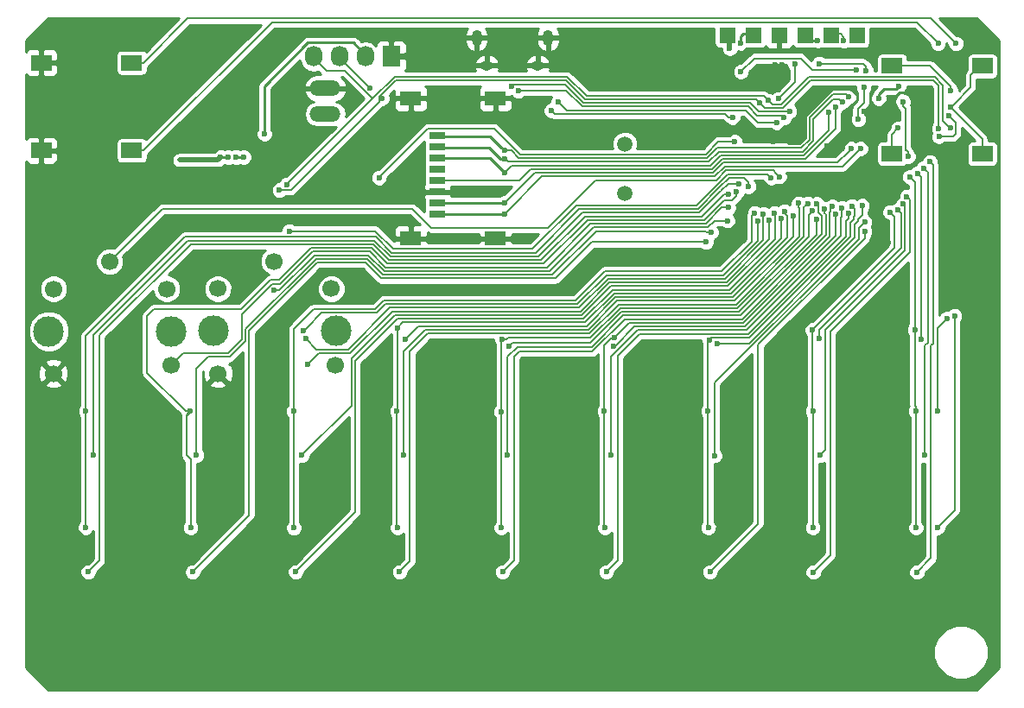
<source format=gbl>
G04 #@! TF.FileFunction,Copper,L2,Bot,Signal*
%FSLAX46Y46*%
G04 Gerber Fmt 4.6, Leading zero omitted, Abs format (unit mm)*
G04 Created by KiCad (PCBNEW 4.0.6-e0-6349~52~ubuntu16.10.1) date Mon May  8 18:25:15 2017*
%MOMM*%
%LPD*%
G01*
G04 APERTURE LIST*
%ADD10C,0.100000*%
%ADD11O,3.014980X1.506220*%
%ADD12O,1.250000X0.950000*%
%ADD13O,1.000000X1.550000*%
%ADD14C,1.501140*%
%ADD15R,2.000000X1.500000*%
%ADD16R,2.000000X1.450000*%
%ADD17R,1.500000X0.800000*%
%ADD18R,1.727200X2.032000*%
%ADD19O,1.727200X2.032000*%
%ADD20R,1.524000X1.600000*%
%ADD21C,1.700000*%
%ADD22C,3.000000*%
%ADD23C,0.600000*%
%ADD24C,0.500000*%
%ADD25C,0.250000*%
%ADD26C,0.160000*%
%ADD27C,0.400000*%
%ADD28C,0.200000*%
%ADD29C,0.254000*%
G04 APERTURE END LIST*
D10*
D11*
X109949200Y-87720000D03*
X109949200Y-85180000D03*
D12*
X130788680Y-82944140D03*
X125788680Y-82944140D03*
D13*
X131788680Y-80244140D03*
X124788680Y-80244140D03*
D14*
X139319000Y-90650060D03*
X139319000Y-95531940D03*
D15*
X174345600Y-83000000D03*
X165495600Y-83000000D03*
X174345600Y-91600000D03*
X165495600Y-91600000D03*
X82143600Y-91287600D03*
X90993600Y-91287600D03*
X82143600Y-82687600D03*
X90993600Y-82687600D03*
D16*
X118338600Y-99923600D03*
X118338600Y-86173600D03*
X126638600Y-99923600D03*
X126638600Y-86173600D03*
D17*
X120938600Y-97543600D03*
X120938600Y-96443600D03*
X120938600Y-95343600D03*
X120938600Y-94243600D03*
X120938600Y-93143600D03*
X120938600Y-92043600D03*
X120938600Y-90943600D03*
X120938600Y-89843600D03*
D18*
X116431800Y-82062000D03*
D19*
X113891800Y-82062000D03*
X111351800Y-82062000D03*
X108811800Y-82062000D03*
D20*
X149343200Y-79964000D03*
X151883200Y-79964000D03*
X154423200Y-79964000D03*
X156963200Y-79964000D03*
X159503200Y-79964000D03*
X162043200Y-79964000D03*
D21*
X104950000Y-102150000D03*
X110950000Y-112350000D03*
X99450000Y-113150000D03*
X110550000Y-104850000D03*
X99450000Y-104850000D03*
D22*
X99000000Y-109000000D03*
X111000000Y-109000000D03*
D21*
X88824600Y-102166800D03*
X94824600Y-112366800D03*
X83324600Y-113166800D03*
X94424600Y-104866800D03*
X83324600Y-104866800D03*
D22*
X82874600Y-109016800D03*
X94874600Y-109016800D03*
D23*
X99711600Y-91952800D03*
X100448200Y-91952800D03*
X101210200Y-91927400D03*
X101972200Y-91927400D03*
X151444286Y-94809746D03*
X86487000Y-128244600D03*
X86512398Y-116865400D03*
X150266398Y-95326200D03*
X96774000Y-128270000D03*
X96723200Y-116865400D03*
X152033041Y-97410406D03*
X106883204Y-128295400D03*
X106857800Y-116865400D03*
X154966950Y-97253224D03*
X117043202Y-128270000D03*
X117030500Y-108712000D03*
X116992400Y-116865400D03*
X157712888Y-97219474D03*
X127203200Y-128269998D03*
X127177800Y-116890800D03*
X127270012Y-109829598D03*
X167971079Y-93517531D03*
X168360047Y-109830664D03*
X158357660Y-82768160D03*
X162966511Y-83506690D03*
X158178500Y-80492600D03*
X162723012Y-85054631D03*
X162204400Y-88239600D03*
X168580658Y-92999427D03*
X168681400Y-121183400D03*
X166612877Y-96545420D03*
X158419800Y-121183400D03*
X169200000Y-92400000D03*
X167944800Y-132638800D03*
X166935694Y-95813431D03*
X157784800Y-132638800D03*
X148117390Y-121208800D03*
X162813157Y-98298442D03*
X137982790Y-121183400D03*
X160587074Y-96908075D03*
X162814000Y-99237800D03*
X147650200Y-132613400D03*
X137490200Y-132613400D03*
X161219414Y-97463389D03*
X158127612Y-96535352D03*
X127822790Y-121183400D03*
X171200000Y-89103810D03*
X106188600Y-94619800D03*
X153388771Y-86380011D03*
X149441078Y-95566815D03*
X86741000Y-132613400D03*
X156337000Y-96469202D03*
X117637390Y-121183400D03*
X114325400Y-85140800D03*
X105477400Y-95178600D03*
X115500000Y-86200000D03*
X170069827Y-89142646D03*
X152509444Y-86620022D03*
X158872900Y-96999686D03*
X127330200Y-132613400D03*
X153986500Y-97421145D03*
X107670600Y-121183400D03*
X157231719Y-96491594D03*
X117246400Y-132613400D03*
X154633075Y-97980235D03*
X107061000Y-132613400D03*
X147767496Y-99308747D03*
X97342790Y-121183400D03*
X147269200Y-100279200D03*
X96970600Y-132620000D03*
X150448714Y-94541728D03*
X87208190Y-121183400D03*
X92534740Y-93489780D03*
X91785440Y-93489780D03*
X91038680Y-93477080D03*
X90355420Y-93469460D03*
X111150400Y-91897200D03*
X111836200Y-91897200D03*
X112522000Y-91897200D03*
X113182400Y-91897200D03*
X127406400Y-95148400D03*
X126695200Y-95173800D03*
X126009400Y-95199200D03*
X125323600Y-95199200D03*
X154423200Y-79811600D03*
X143775000Y-90950000D03*
X139000000Y-102150000D03*
X139700000Y-102150000D03*
X140400000Y-102150000D03*
X141100000Y-102150000D03*
X170600000Y-104400000D03*
X170600000Y-103700000D03*
X170600000Y-103000000D03*
X170600000Y-102300000D03*
X154000000Y-83500000D03*
X154700000Y-83500000D03*
X154000000Y-82900000D03*
X154700000Y-82900000D03*
X151700000Y-89900000D03*
X151100000Y-89400000D03*
X155100000Y-90300000D03*
X153800000Y-89700000D03*
X153900000Y-90400000D03*
X162200000Y-95400000D03*
X162200000Y-94700000D03*
X162200000Y-94000000D03*
X162200000Y-93300000D03*
X111000000Y-95300000D03*
X111700000Y-95300000D03*
X112400000Y-95300000D03*
X113100000Y-95300000D03*
X139100000Y-82900000D03*
X138300000Y-82900000D03*
X137600000Y-82900000D03*
X136900000Y-82900000D03*
X145576800Y-89560400D03*
X168325800Y-80788000D03*
X166598600Y-80788000D03*
X174228000Y-88138000D03*
X174228000Y-86487000D03*
X174228000Y-84836000D03*
X145796000Y-83896200D03*
X145796000Y-83185000D03*
X146481800Y-83185000D03*
X146481800Y-83870800D03*
X159131000Y-90855800D03*
X159816800Y-90855800D03*
X159816800Y-91516200D03*
X159131000Y-91516200D03*
X147015200Y-84785200D03*
X149326600Y-84785200D03*
X140589000Y-80187800D03*
X175285400Y-94030800D03*
X175285400Y-95631000D03*
X148158200Y-83820000D03*
X151917400Y-89230200D03*
X150985136Y-96799400D03*
X152069800Y-96139000D03*
X150622000Y-98983800D03*
X151371298Y-88709500D03*
X154432000Y-89916000D03*
X170434000Y-92964000D03*
X170434000Y-92964000D03*
X170434000Y-92202000D03*
X174193200Y-81330800D03*
X162756282Y-87419202D03*
X165099445Y-100354232D03*
X126230380Y-80238600D03*
X130345180Y-80264000D03*
X154940000Y-96012000D03*
X165354000Y-80772000D03*
X119583200Y-86207600D03*
X118821200Y-86207600D03*
X168182800Y-90297000D03*
X168447500Y-86949500D03*
X169372500Y-86949500D03*
X169372500Y-86024500D03*
X168447500Y-86024500D03*
X155792855Y-97685428D03*
X117779802Y-109829600D03*
X158072898Y-98000482D03*
X127965200Y-110464600D03*
X159991161Y-97494167D03*
X138205340Y-110444413D03*
X148361400Y-110209594D03*
X162562618Y-96702684D03*
X166064939Y-97128328D03*
X158318200Y-109753400D03*
X154203404Y-88544400D03*
X132800000Y-86500000D03*
X120938600Y-93143600D03*
X104013002Y-89662000D03*
X149592122Y-81274640D03*
X166165333Y-84986721D03*
X164182085Y-86179348D03*
X150626712Y-80766641D03*
X162033741Y-83348170D03*
X150688464Y-83559988D03*
X154922404Y-88065393D03*
X128879829Y-85440626D03*
X155436999Y-87452848D03*
X128197627Y-84966116D03*
X159637273Y-96763565D03*
X137363200Y-128270000D03*
X137312400Y-116865400D03*
X138301388Y-109650188D03*
X161558472Y-96738780D03*
X147497800Y-128270000D03*
X147472400Y-116865400D03*
X147590012Y-109849583D03*
X165292712Y-97337339D03*
X157734000Y-116865400D03*
X157734000Y-128270000D03*
X157683200Y-108889800D03*
X167208200Y-93878400D03*
X167718087Y-108866180D03*
X167843200Y-128270000D03*
X167817800Y-116839998D03*
X166574534Y-86484208D03*
X167081200Y-91871800D03*
X149485130Y-96891179D03*
X171616684Y-107496172D03*
X169951400Y-128270000D03*
X169926000Y-116840002D03*
X170865800Y-107772200D03*
X161517768Y-91108972D03*
X127508000Y-96443600D03*
X162409906Y-91100733D03*
X127508000Y-97543600D03*
X127500000Y-91300000D03*
X161263612Y-86026724D03*
X127546799Y-92098642D03*
X160609185Y-86533644D03*
X159961477Y-87031870D03*
X159317021Y-87528400D03*
X127508000Y-93472000D03*
X170002200Y-80797400D03*
X171754800Y-80797400D03*
X171227988Y-87067010D03*
X171227998Y-85415481D03*
X170088602Y-89916092D03*
X171069000Y-87842190D03*
X166100000Y-89100000D03*
X115239806Y-93952464D03*
X150088598Y-90424000D03*
X154450900Y-93848069D03*
X104935221Y-104999845D03*
X149377400Y-98170994D03*
X152313052Y-98196187D03*
X107829978Y-108991400D03*
X106426000Y-99185719D03*
X153658233Y-93956227D03*
X153473063Y-98108965D03*
X108229400Y-112268000D03*
X152854807Y-97508104D03*
X108072869Y-109753648D03*
X156000000Y-82832550D03*
X154377342Y-86211699D03*
X160769300Y-80519491D03*
X149885400Y-88036400D03*
X132100000Y-87375000D03*
D24*
X95700000Y-92200000D02*
X99464400Y-92200000D01*
X99464400Y-92200000D02*
X99711600Y-91952800D01*
D25*
X100448200Y-91952800D02*
X99711600Y-91952800D01*
X101972200Y-91927400D02*
X101210200Y-91927400D01*
D26*
X130561477Y-101315123D02*
X134854074Y-97022526D01*
X134854074Y-97022526D02*
X146470931Y-97022525D01*
X116486842Y-101315123D02*
X130561477Y-101315123D01*
X151020530Y-93961726D02*
X151444286Y-94385482D01*
X149532860Y-93961726D02*
X151020530Y-93961726D01*
X148572732Y-94920724D02*
X148573861Y-94920724D01*
X146470931Y-97022525D02*
X148572732Y-94920724D01*
X114937449Y-99765730D02*
X116486842Y-101315123D01*
X96217848Y-99765730D02*
X114937449Y-99765730D01*
X86512398Y-109471180D02*
X96217848Y-99765730D01*
X148573861Y-94920724D02*
X149532860Y-93961726D01*
X86512398Y-116865400D02*
X86512398Y-109471180D01*
X151444286Y-94385482D02*
X151444286Y-94809746D01*
D25*
X86487000Y-116890798D02*
X86512398Y-116865400D01*
D26*
X86487000Y-128244600D02*
X86487000Y-116890798D01*
X150266398Y-95326200D02*
X150266398Y-95750464D01*
X150266398Y-95750464D02*
X149825868Y-96190994D01*
X149825868Y-96190994D02*
X149008578Y-96190994D01*
X149008578Y-96190994D02*
X147097013Y-98102559D01*
X135683271Y-98102559D02*
X131390674Y-102395156D01*
X147097013Y-98102559D02*
X135683271Y-98102559D01*
X92500000Y-113066464D02*
X96298936Y-116865400D01*
X93139612Y-106859988D02*
X92500000Y-107499600D01*
X108598113Y-100845759D02*
X105443872Y-104000000D01*
X131390674Y-102395156D02*
X116039482Y-102395156D01*
X104605675Y-104000000D02*
X101745687Y-106859988D01*
X105443872Y-104000000D02*
X104605675Y-104000000D01*
X101745687Y-106859988D02*
X93139612Y-106859988D01*
X114490084Y-100845760D02*
X108598113Y-100845759D01*
X116039482Y-102395156D02*
X114490084Y-100845760D01*
X92500000Y-107499600D02*
X92500000Y-113066464D01*
X96298936Y-116865400D02*
X96723200Y-116865400D01*
X96774000Y-128270000D02*
X96774000Y-121539612D01*
X96774000Y-121539612D02*
X96423201Y-121188813D01*
X96423201Y-121188813D02*
X96423201Y-117165399D01*
D25*
X96423201Y-117165399D02*
X96723200Y-116865400D01*
D26*
X108786013Y-106859987D02*
X106857800Y-108788200D01*
X106857800Y-108788200D02*
X106857800Y-116865400D01*
X115697001Y-105994199D02*
X114831213Y-106859987D01*
X114831213Y-106859987D02*
X108786013Y-106859987D01*
X134518401Y-105994199D02*
X115697001Y-105994199D01*
X151733042Y-100234958D02*
X151733042Y-97710405D01*
X134518401Y-105994199D02*
X137363200Y-103149400D01*
X148818600Y-103149400D02*
X151733042Y-100234958D01*
X151733042Y-97710405D02*
X152033041Y-97410406D01*
X137363200Y-103149400D02*
X148818600Y-103149400D01*
D25*
X106857800Y-128269996D02*
X106883204Y-128295400D01*
D26*
X106857800Y-116865400D02*
X106857800Y-128269996D01*
D25*
X106870500Y-116852700D02*
X106857800Y-116865400D01*
D26*
X149740360Y-105309460D02*
X155213077Y-99836743D01*
X138257931Y-105309461D02*
X149740360Y-105309460D01*
X155213077Y-99836743D02*
X155213077Y-97701833D01*
X155213077Y-97701833D02*
X154966950Y-97455706D01*
X154966950Y-97455706D02*
X154966950Y-97253224D01*
D25*
X116992400Y-128219198D02*
X117043202Y-128270000D01*
D26*
X116992400Y-116865400D02*
X116992400Y-128219198D01*
X135413128Y-108154264D02*
X138257931Y-105309461D01*
X117588236Y-108154264D02*
X135413128Y-108154264D01*
X117030500Y-108712000D02*
X117588236Y-108154264D01*
D25*
X117030500Y-116827300D02*
X116992400Y-116865400D01*
D26*
X117030500Y-108712000D02*
X117030500Y-116827300D01*
X150336847Y-106749501D02*
X157318633Y-99767715D01*
X157318633Y-97613729D02*
X157412889Y-97519473D01*
X157412889Y-97519473D02*
X157712888Y-97219474D01*
X157318633Y-99767715D02*
X157318633Y-97613729D01*
X135954522Y-109649398D02*
X138854418Y-106749502D01*
X138854418Y-106749502D02*
X150336847Y-106749501D01*
D25*
X127177800Y-128244598D02*
X127203200Y-128269998D01*
D26*
X127177800Y-116890800D02*
X127177800Y-128244598D01*
X127270012Y-109829598D02*
X127694276Y-109829598D01*
X127694276Y-109829598D02*
X127874476Y-109649398D01*
X127874476Y-109649398D02*
X135954522Y-109649398D01*
X127177800Y-116890800D02*
X127177800Y-109921810D01*
D25*
X127177800Y-109921810D02*
X127270012Y-109829598D01*
D26*
X168271078Y-93817530D02*
X167971079Y-93517531D01*
X168360047Y-93906499D02*
X168271078Y-93817530D01*
X168360047Y-109830664D02*
X168360047Y-93906499D01*
X162204400Y-88239600D02*
X162128200Y-88163400D01*
X162128200Y-88163400D02*
X162128200Y-87223600D01*
X162128200Y-87223600D02*
X162723012Y-86628788D01*
X162723012Y-86628788D02*
X162723012Y-85478895D01*
X162723012Y-85478895D02*
X162723012Y-85054631D01*
D25*
X158178500Y-80492600D02*
X157491800Y-80492600D01*
X157491800Y-80492600D02*
X156963200Y-79964000D01*
D26*
X162966511Y-83506690D02*
X162966511Y-83082426D01*
X162966511Y-83082426D02*
X162652245Y-82768160D01*
X162652245Y-82768160D02*
X158781924Y-82768160D01*
X158781924Y-82768160D02*
X158357660Y-82768160D01*
X162935827Y-83537374D02*
X162966511Y-83506690D01*
X162935827Y-83571173D02*
X162935827Y-83537374D01*
X168985049Y-110130666D02*
X168985049Y-93403818D01*
X168985049Y-93403818D02*
X168880657Y-93299426D01*
X168880657Y-93299426D02*
X168580658Y-92999427D01*
X168681400Y-121183400D02*
X168681400Y-110434315D01*
X168681400Y-110434315D02*
X168985049Y-110130666D01*
X158978600Y-120624600D02*
X158978600Y-108867220D01*
X158978600Y-108867220D02*
X166779005Y-101066815D01*
X166779005Y-101066815D02*
X166779005Y-96711548D01*
X158419800Y-121183400D02*
X158978600Y-120624600D01*
X166779005Y-96711548D02*
X166612877Y-96545420D01*
X169499999Y-110252127D02*
X169499999Y-92699999D01*
X169316400Y-110435726D02*
X169499999Y-110252127D01*
X169499999Y-92699999D02*
X169200000Y-92400000D01*
X167944800Y-132638800D02*
X169316400Y-131267200D01*
X169316400Y-131267200D02*
X169316400Y-110435726D01*
X167235693Y-101246537D02*
X167235693Y-96113430D01*
X167235693Y-96113430D02*
X166935694Y-95813431D01*
X157784800Y-132638800D02*
X159435800Y-130987800D01*
X159435800Y-130987800D02*
X159435800Y-109046430D01*
X159435800Y-109046430D02*
X167235693Y-101246537D01*
X148117390Y-114060278D02*
X148117390Y-120784536D01*
X148117390Y-120784536D02*
X148117390Y-121208800D01*
X162813157Y-98298442D02*
X162233998Y-98877601D01*
X162233998Y-98877601D02*
X162233998Y-99943670D01*
X162233998Y-99943670D02*
X148117390Y-114060278D01*
X137982790Y-120759136D02*
X137982790Y-121183400D01*
X140568157Y-108909562D02*
X137982790Y-111494929D01*
X151231578Y-108909562D02*
X140568157Y-108909562D01*
X160493434Y-99647706D02*
X151231578Y-108909562D01*
X160587074Y-97792867D02*
X160493434Y-97886507D01*
X160587074Y-96908075D02*
X160587074Y-97792867D01*
X160493434Y-97886507D02*
X160493434Y-99647706D01*
X137982790Y-111494929D02*
X137982790Y-120759136D01*
X162814000Y-99872800D02*
X162814000Y-99662064D01*
X152374600Y-110312200D02*
X162814000Y-99872800D01*
X147650200Y-132613400D02*
X152374600Y-127889000D01*
X152374600Y-127889000D02*
X152374600Y-110312200D01*
X162814000Y-99662064D02*
X162814000Y-99237800D01*
X161219414Y-97887653D02*
X161219414Y-97463389D01*
X161219414Y-97910094D02*
X161219414Y-97887653D01*
X160943447Y-99706825D02*
X160943447Y-98186061D01*
X140717278Y-109269573D02*
X151380699Y-109269573D01*
X138607800Y-131495800D02*
X138607800Y-111379051D01*
X138607800Y-111379051D02*
X140717278Y-109269573D01*
X160943447Y-98186061D02*
X161219414Y-97910094D01*
X151380699Y-109269573D02*
X160943447Y-99706825D01*
X137490200Y-132613400D02*
X138607800Y-131495800D01*
X158292890Y-97363467D02*
X158292890Y-96700630D01*
X158652900Y-99451712D02*
X158652900Y-97723477D01*
X128767969Y-110549420D02*
X136072764Y-110549420D01*
X150635091Y-107469521D02*
X158652900Y-99451712D01*
X158292890Y-96700630D02*
X158127612Y-96535352D01*
X136072764Y-110549420D02*
X139152662Y-107469522D01*
X127822790Y-111494599D02*
X128767969Y-110549420D01*
X139152662Y-107469522D02*
X150635091Y-107469521D01*
X127822790Y-121183400D02*
X127822790Y-111494599D01*
X158652900Y-97723477D02*
X158292890Y-97363467D01*
X153088772Y-86080012D02*
X153388771Y-86380011D01*
X114600000Y-86200000D02*
X116746599Y-84053400D01*
X133659600Y-84053400D02*
X135552349Y-85946149D01*
X116746599Y-84053400D02*
X133659600Y-84053400D01*
X135552349Y-85946149D02*
X152954909Y-85946149D01*
X152954909Y-85946149D02*
X153088772Y-86080012D01*
X157360743Y-84086700D02*
X169663938Y-84086700D01*
X153388771Y-86380011D02*
X153800460Y-86791700D01*
X153800460Y-86791700D02*
X154655743Y-86791700D01*
X154655743Y-86791700D02*
X157360743Y-84086700D01*
X170500001Y-84922763D02*
X170500001Y-88403811D01*
X170900001Y-88803811D02*
X171200000Y-89103810D01*
X170500001Y-88403811D02*
X170900001Y-88803811D01*
X169663938Y-84086700D02*
X170500001Y-84922763D01*
X114600000Y-86208400D02*
X106488599Y-94319801D01*
X106488599Y-94319801D02*
X106188600Y-94619800D01*
X114600000Y-86200000D02*
X114600000Y-86208400D01*
X114600000Y-86200000D02*
X111900000Y-83500000D01*
X111900000Y-83500000D02*
X110097400Y-83500000D01*
X110097400Y-83500000D02*
X108811800Y-82214400D01*
X108811800Y-82214400D02*
X108811800Y-82062000D01*
X86741000Y-132613400D02*
X87833200Y-131521200D01*
X146841081Y-97742548D02*
X149016814Y-95566815D01*
X149016814Y-95566815D02*
X149441078Y-95566815D01*
X87833200Y-131521200D02*
X87833200Y-109423200D01*
X114639206Y-100485750D02*
X116188602Y-102035145D01*
X87833200Y-109423200D02*
X96770651Y-100485749D01*
X96770651Y-100485749D02*
X114639206Y-100485750D01*
X116188602Y-102035145D02*
X131114275Y-102035145D01*
X131114275Y-102035145D02*
X135406872Y-97742548D01*
X135406872Y-97742548D02*
X146841081Y-97742548D01*
X117637390Y-121183400D02*
X117637390Y-110961199D01*
X150038600Y-106029484D02*
X156372857Y-99695227D01*
X119724305Y-108874284D02*
X135711372Y-108874284D01*
X156337000Y-96893466D02*
X156337000Y-96469202D01*
X117637390Y-110961199D02*
X119724305Y-108874284D01*
X156372857Y-99695227D02*
X156372857Y-96929323D01*
X156372857Y-96929323D02*
X156337000Y-96893466D01*
X135711372Y-108874284D02*
X138556172Y-106029484D01*
X138556172Y-106029484D02*
X150038600Y-106029484D01*
X114325400Y-85140800D02*
X111351800Y-82167200D01*
X111351800Y-82167200D02*
X111351800Y-82062000D01*
X116879151Y-84373411D02*
X115252562Y-86000000D01*
X152155581Y-86266159D02*
X135417423Y-86266159D01*
X152509444Y-86620022D02*
X152155581Y-86266159D01*
X135417423Y-86266159D02*
X133524675Y-84373411D01*
X133524675Y-84373411D02*
X116879151Y-84373411D01*
X105901664Y-95178600D02*
X105477400Y-95178600D01*
X106606804Y-95178600D02*
X105901664Y-95178600D01*
X115252562Y-86532842D02*
X106606804Y-95178600D01*
X115252562Y-86000000D02*
X115252562Y-86532842D01*
X115300000Y-86000000D02*
X115500000Y-86200000D01*
X115252562Y-86000000D02*
X115300000Y-86000000D01*
X170069827Y-88718382D02*
X170069827Y-89142646D01*
X154788295Y-87111711D02*
X157493295Y-84406711D01*
X153001133Y-87111711D02*
X154788295Y-87111711D01*
X169531386Y-84406711D02*
X170069827Y-84945152D01*
X152509444Y-86620022D02*
X153001133Y-87111711D01*
X157493295Y-84406711D02*
X169531386Y-84406711D01*
X170069827Y-84945152D02*
X170069827Y-88718382D01*
X127330200Y-132613400D02*
X128447800Y-131495800D01*
X159012911Y-97563961D02*
X158872900Y-97423950D01*
X139301785Y-107829531D02*
X150784213Y-107829531D01*
X128954369Y-110999431D02*
X136131885Y-110999431D01*
X128447800Y-111506000D02*
X128954369Y-110999431D01*
X128447800Y-131495800D02*
X128447800Y-111506000D01*
X158872900Y-97423950D02*
X158872900Y-96999686D01*
X150784213Y-107829531D02*
X159012911Y-99600833D01*
X136131885Y-110999431D02*
X139301785Y-107829531D01*
X159012911Y-99600833D02*
X159012911Y-97563961D01*
X154053064Y-97487709D02*
X153986500Y-97421145D01*
X107670600Y-121183400D02*
X112539989Y-116314011D01*
X154053064Y-99951464D02*
X154053064Y-97487709D01*
X149415088Y-104589440D02*
X154053064Y-99951464D01*
X135114885Y-107434243D02*
X137959688Y-104589440D01*
X137959688Y-104589440D02*
X149415088Y-104589440D01*
X116780020Y-107434244D02*
X135114885Y-107434243D01*
X112539989Y-111674275D02*
X116780020Y-107434244D01*
X112539989Y-116314011D02*
X112539989Y-111674275D01*
X156931720Y-96791593D02*
X157231719Y-96491594D01*
X138705293Y-106389495D02*
X150187722Y-106389494D01*
X156866202Y-99711014D02*
X156866202Y-96857111D01*
X156866202Y-96857111D02*
X156931720Y-96791593D01*
X135860494Y-109234294D02*
X138705293Y-106389495D01*
X120000705Y-109234295D02*
X135860494Y-109234294D01*
X118262400Y-131597400D02*
X118262400Y-110972600D01*
X150187722Y-106389494D02*
X156866202Y-99711014D01*
X118262400Y-110972600D02*
X120000705Y-109234295D01*
X117246400Y-132613400D02*
X118262400Y-131597400D01*
X112900000Y-111950675D02*
X117056420Y-107794255D01*
X107061000Y-132613400D02*
X112900000Y-126774400D01*
X138108809Y-104949451D02*
X149591238Y-104949450D01*
X135264007Y-107794253D02*
X138108809Y-104949451D01*
X117056420Y-107794255D02*
X135264007Y-107794253D01*
X112900000Y-126774400D02*
X112900000Y-111950675D01*
X149591238Y-104949450D02*
X154633075Y-99907613D01*
X154633075Y-98404499D02*
X154633075Y-97980235D01*
X154633075Y-99907613D02*
X154633075Y-98404499D01*
X97342790Y-121183400D02*
X97342790Y-112715210D01*
X100585132Y-111531400D02*
X102153219Y-109963313D01*
X102153219Y-108818049D02*
X109045479Y-101925789D01*
X97342790Y-112715210D02*
X98526600Y-111531400D01*
X98526600Y-111531400D02*
X100585132Y-111531400D01*
X102153219Y-109963313D02*
X102153219Y-108818049D01*
X136512475Y-99182589D02*
X147217074Y-99182589D01*
X109045479Y-101925789D02*
X114042722Y-101925790D01*
X114042722Y-101925790D02*
X115592121Y-103475189D01*
X115592121Y-103475189D02*
X132219875Y-103475189D01*
X132219875Y-103475189D02*
X136512475Y-99182589D01*
X147217074Y-99182589D02*
X147343232Y-99308747D01*
X147343232Y-99308747D02*
X147767496Y-99308747D01*
X115443000Y-103835200D02*
X132496276Y-103835200D01*
X132496276Y-103835200D02*
X136052276Y-100279200D01*
X102513230Y-127077370D02*
X102513230Y-108967170D01*
X136052276Y-100279200D02*
X146844936Y-100279200D01*
X146844936Y-100279200D02*
X147269200Y-100279200D01*
X113893600Y-102285800D02*
X115443000Y-103835200D01*
X96970600Y-132620000D02*
X102513230Y-127077370D01*
X109194600Y-102285800D02*
X113893600Y-102285800D01*
X102513230Y-108967170D02*
X109194600Y-102285800D01*
X87208190Y-109411799D02*
X96494249Y-100125740D01*
X148722982Y-95280735D02*
X149461990Y-94541728D01*
X130837876Y-101675134D02*
X135130473Y-97382537D01*
X87208190Y-121183400D02*
X87208190Y-109411799D01*
X96494249Y-100125740D02*
X114788327Y-100125740D01*
X114788327Y-100125740D02*
X116337721Y-101675134D01*
X116337721Y-101675134D02*
X130837876Y-101675134D01*
X135130473Y-97382537D02*
X146620051Y-97382537D01*
X146620051Y-97382537D02*
X148721853Y-95280735D01*
X148721853Y-95280735D02*
X148722982Y-95280735D01*
X149461990Y-94541728D02*
X150024450Y-94541728D01*
X150024450Y-94541728D02*
X150448714Y-94541728D01*
D27*
X90355420Y-93469460D02*
X91031060Y-93469460D01*
X91031060Y-93469460D02*
X91038680Y-93477080D01*
D25*
X111836200Y-91897200D02*
X111150400Y-91897200D01*
X113182400Y-91897200D02*
X112522000Y-91897200D01*
X155100000Y-90300000D02*
X155399999Y-90599999D01*
X160595400Y-87838000D02*
X160595400Y-90077200D01*
X156988600Y-90047800D02*
X156988600Y-87888800D01*
X162068600Y-86364800D02*
X160595400Y-87838000D01*
X160595400Y-90077200D02*
X160116799Y-90555801D01*
X156436401Y-90599999D02*
X156988600Y-90047800D01*
X155399999Y-90599999D02*
X156436401Y-90599999D01*
X159655600Y-85221800D02*
X161408200Y-85221800D01*
X162068600Y-85882200D02*
X162068600Y-86364800D01*
X156988600Y-87888800D02*
X159655600Y-85221800D01*
X161408200Y-85221800D02*
X162068600Y-85882200D01*
X160116799Y-90555801D02*
X159816800Y-90855800D01*
X126009400Y-95199200D02*
X126669800Y-95199200D01*
X126669800Y-95199200D02*
X126695200Y-95173800D01*
X120938600Y-95343600D02*
X125179200Y-95343600D01*
X125179200Y-95343600D02*
X125323600Y-95199200D01*
D24*
X154436800Y-79811600D02*
X154423200Y-79811600D01*
X154444700Y-79819500D02*
X154436800Y-79811600D01*
D25*
X150800001Y-89100001D02*
X146787199Y-89100001D01*
X146326800Y-89560400D02*
X145576800Y-89560400D01*
X151100000Y-89400000D02*
X150800001Y-89100001D01*
X146787199Y-89100001D02*
X146326800Y-89560400D01*
D28*
X145576800Y-89560400D02*
X145576800Y-89685400D01*
X145576800Y-89685400D02*
X144312200Y-90950000D01*
X144312200Y-90950000D02*
X143775000Y-90950000D01*
D24*
X116431800Y-82062000D02*
X117795400Y-82062000D01*
X117795400Y-82062000D02*
X118444860Y-81412540D01*
X118444860Y-81412540D02*
X123770900Y-81412540D01*
X123788680Y-80244140D02*
X124788680Y-80244140D01*
D25*
X140400000Y-102150000D02*
X139700000Y-102150000D01*
X141829400Y-102108800D02*
X141141200Y-102108800D01*
X141141200Y-102108800D02*
X141100000Y-102150000D01*
X170600000Y-103700000D02*
X170600000Y-104400000D01*
X170600000Y-102300000D02*
X170600000Y-103000000D01*
X154700000Y-83500000D02*
X154000000Y-83500000D01*
X154700000Y-83000000D02*
X154000000Y-83000000D01*
X151371298Y-88709500D02*
X151371298Y-89128702D01*
X151371298Y-89128702D02*
X151100000Y-89400000D01*
X154432000Y-89916000D02*
X154016000Y-89916000D01*
X154016000Y-89916000D02*
X153800000Y-89700000D01*
X162200000Y-94700000D02*
X162200000Y-95400000D01*
X162200000Y-93300000D02*
X162200000Y-94000000D01*
X112400000Y-95300000D02*
X111700000Y-95300000D01*
X120938600Y-95343600D02*
X113143600Y-95343600D01*
X113143600Y-95343600D02*
X113100000Y-95300000D01*
D24*
X138300000Y-82900000D02*
X139100000Y-82900000D01*
X136900000Y-82900000D02*
X137600000Y-82900000D01*
D28*
X145796000Y-83185000D02*
X145796000Y-83896200D01*
X146481800Y-83870800D02*
X146481800Y-83185000D01*
D24*
X159766000Y-90855800D02*
X159131000Y-90855800D01*
X159131000Y-91516200D02*
X159740600Y-91516200D01*
X159740600Y-91516200D02*
X159766000Y-91490800D01*
D25*
X152577798Y-89916000D02*
X151671297Y-89009499D01*
X151671297Y-89009499D02*
X151371298Y-88709500D01*
X154432000Y-89916000D02*
X152577798Y-89916000D01*
D24*
X170434000Y-92964000D02*
X172618400Y-92964000D01*
X172618400Y-92964000D02*
X175285400Y-95631000D01*
D28*
X163749618Y-82376382D02*
X163428146Y-82376382D01*
X165354000Y-80772000D02*
X163749618Y-82376382D01*
D25*
X167322222Y-85611722D02*
X166216578Y-85611722D01*
X163180546Y-87419202D02*
X162756282Y-87419202D01*
X166216578Y-85611722D02*
X164409098Y-87419202D01*
X168447500Y-86024500D02*
X167735000Y-86024500D01*
X167735000Y-86024500D02*
X167322222Y-85611722D01*
X164409098Y-87419202D02*
X163180546Y-87419202D01*
D24*
X170434000Y-92964000D02*
X171196000Y-92964000D01*
X170434000Y-92202000D02*
X171196000Y-92202000D01*
X131788680Y-80244140D02*
X130365040Y-80244140D01*
X130365040Y-80244140D02*
X130345180Y-80264000D01*
D26*
X117779802Y-109829600D02*
X119095127Y-108514275D01*
X149889482Y-105669470D02*
X155792855Y-99766097D01*
X155792855Y-98109692D02*
X155792855Y-97685428D01*
X135562250Y-108514274D02*
X138407054Y-105669470D01*
X138407054Y-105669470D02*
X149889482Y-105669470D01*
X155792855Y-99766097D02*
X155792855Y-98109692D01*
X119095127Y-108514275D02*
X135562250Y-108514274D01*
X158072898Y-99522582D02*
X158072898Y-98424746D01*
X127965200Y-110464600D02*
X128265199Y-110164601D01*
X135948451Y-110164601D02*
X139003541Y-107109511D01*
X150485969Y-107109511D02*
X158072898Y-99522582D01*
X158072898Y-98424746D02*
X158072898Y-98000482D01*
X128265199Y-110164601D02*
X135948451Y-110164601D01*
X139003541Y-107109511D02*
X150485969Y-107109511D01*
X159991161Y-97918431D02*
X159991161Y-97494167D01*
X151082455Y-108549553D02*
X159991161Y-99640847D01*
X138340167Y-110444413D02*
X140235027Y-108549553D01*
X138205340Y-110444413D02*
X138340167Y-110444413D01*
X159991161Y-99640847D02*
X159991161Y-97918431D01*
X140235027Y-108549553D02*
X151082455Y-108549553D01*
X148785664Y-110209594D02*
X148361400Y-110209594D01*
X161843469Y-99825067D02*
X151458942Y-110209594D01*
X151458942Y-110209594D02*
X148785664Y-110209594D01*
X162188155Y-97998440D02*
X162188155Y-98214175D01*
X162562618Y-97623977D02*
X162188155Y-97998440D01*
X162562618Y-96702684D02*
X162562618Y-97623977D01*
X162188155Y-98214175D02*
X161843469Y-98558861D01*
X161843469Y-98558861D02*
X161843469Y-99825067D01*
X158318200Y-108891210D02*
X166364938Y-100844472D01*
X166364938Y-97428327D02*
X166064939Y-97128328D01*
X166364938Y-100844472D02*
X166364938Y-97428327D01*
X158318200Y-109753400D02*
X158318200Y-108891210D01*
X152323800Y-88544400D02*
X153779140Y-88544400D01*
X134970058Y-87346190D02*
X151125590Y-87346190D01*
X151125590Y-87346190D02*
X152323800Y-88544400D01*
X133646189Y-87346189D02*
X134970058Y-87346190D01*
X132800000Y-86500000D02*
X133646189Y-87346189D01*
X153779140Y-88544400D02*
X154203404Y-88544400D01*
D25*
X104013002Y-89237736D02*
X104013002Y-89662000D01*
X104013002Y-84970536D02*
X104013002Y-89237736D01*
X108262548Y-80720990D02*
X104013002Y-84970536D01*
X112703190Y-80720990D02*
X108262548Y-80720990D01*
X113891800Y-81909600D02*
X112703190Y-80720990D01*
X113891800Y-82062000D02*
X113891800Y-81909600D01*
D24*
X149592122Y-80850376D02*
X149592122Y-81274640D01*
X149592122Y-80046922D02*
X149592122Y-80850376D01*
X149364700Y-79819500D02*
X149592122Y-80046922D01*
D25*
X164182085Y-86179348D02*
X164182085Y-85779315D01*
X164182085Y-85779315D02*
X164674680Y-85286720D01*
X164674680Y-85286720D02*
X165865334Y-85286720D01*
X165865334Y-85286720D02*
X166165333Y-84986721D01*
D24*
X149364700Y-79819500D02*
X149364700Y-80544411D01*
D25*
X150626712Y-80085488D02*
X150626712Y-80342377D01*
X150892700Y-79819500D02*
X150626712Y-80085488D01*
X150626712Y-80342377D02*
X150626712Y-80766641D01*
X151904700Y-79819500D02*
X150892700Y-79819500D01*
D26*
X157655870Y-83348170D02*
X161609477Y-83348170D01*
X161609477Y-83348170D02*
X162033741Y-83348170D01*
X156560240Y-82252540D02*
X157655870Y-83348170D01*
X150688464Y-83559988D02*
X151995912Y-82252540D01*
X151995912Y-82252540D02*
X156560240Y-82252540D01*
X135119179Y-86986179D02*
X151376311Y-86986179D01*
X152303731Y-87913599D02*
X154770610Y-87913599D01*
X128879829Y-85440626D02*
X133573626Y-85440626D01*
X133573626Y-85440626D02*
X135119179Y-86986179D01*
X154770610Y-87913599D02*
X154922404Y-88065393D01*
X151376311Y-86986179D02*
X152303731Y-87913599D01*
X155012735Y-87452848D02*
X155436999Y-87452848D01*
X152431540Y-87475513D02*
X154990070Y-87475513D01*
X135268301Y-86626169D02*
X151582196Y-86626169D01*
X133502757Y-84860625D02*
X135268301Y-86626169D01*
X128303118Y-84860625D02*
X133502757Y-84860625D01*
X151582196Y-86626169D02*
X152431540Y-87475513D01*
X154990070Y-87475513D02*
X155012735Y-87452848D01*
X128197627Y-84966116D02*
X128303118Y-84860625D01*
X137312400Y-110391688D02*
X138053900Y-109650188D01*
X138053900Y-109650188D02*
X138301388Y-109650188D01*
X159452902Y-97278088D02*
X159452902Y-96947936D01*
X159372920Y-99749956D02*
X159372920Y-97358070D01*
X159372920Y-97358070D02*
X159452902Y-97278088D01*
X159452902Y-96947936D02*
X159637273Y-96763565D01*
X137312400Y-116865400D02*
X137312400Y-128219200D01*
D25*
X137312400Y-128219200D02*
X137363200Y-128270000D01*
D26*
X137312400Y-116865400D02*
X137312400Y-110391688D01*
X139762034Y-108189542D02*
X150933335Y-108189541D01*
X150933335Y-108189541D02*
X159372920Y-99749956D01*
X138301388Y-109650188D02*
X139762034Y-108189542D01*
X161558472Y-96738780D02*
X161858471Y-97038779D01*
X161858471Y-97691713D02*
X161738144Y-97812040D01*
X161858471Y-97038779D02*
X161858471Y-97691713D01*
X147472400Y-116865400D02*
X147472400Y-128244600D01*
D25*
X147472400Y-128244600D02*
X147497800Y-128270000D01*
D26*
X161393458Y-98372461D02*
X161393458Y-99765946D01*
X161738144Y-97812040D02*
X161738144Y-98027775D01*
D25*
X147472400Y-109967195D02*
X147590012Y-109849583D01*
D26*
X147472400Y-116865400D02*
X147472400Y-109967195D01*
X147810011Y-109629584D02*
X147590012Y-109849583D01*
X161393458Y-99765946D02*
X151529820Y-109629584D01*
X161738144Y-98027775D02*
X161393458Y-98372461D01*
X151529820Y-109629584D02*
X147810011Y-109629584D01*
X165724446Y-97769073D02*
X165592711Y-97637338D01*
X157683200Y-108889800D02*
X165724446Y-100848554D01*
X165592711Y-97637338D02*
X165292712Y-97337339D01*
X165724446Y-100848554D02*
X165724446Y-97769073D01*
X157683200Y-108889800D02*
X157683200Y-116814600D01*
X157683200Y-116814600D02*
X157734000Y-116865400D01*
X157734000Y-116865400D02*
X157734000Y-128270000D01*
X167508199Y-94178399D02*
X167208200Y-93878400D01*
X167718087Y-94388287D02*
X167508199Y-94178399D01*
X167718087Y-108866180D02*
X167718087Y-94388287D01*
X167718087Y-116316021D02*
X167718087Y-109290444D01*
X167718087Y-109290444D02*
X167718087Y-108866180D01*
X167817800Y-116415734D02*
X167718087Y-116316021D01*
X167817800Y-116839998D02*
X167817800Y-116415734D01*
X167843200Y-116865398D02*
X167817800Y-116839998D01*
X167843200Y-128270000D02*
X167843200Y-116865398D01*
X166847799Y-87181737D02*
X166574534Y-86908472D01*
X166574534Y-86908472D02*
X166574534Y-86484208D01*
X166847799Y-90982800D02*
X166847799Y-87181737D01*
X166847799Y-90982800D02*
X166847799Y-91241601D01*
X167081200Y-91871800D02*
X167081200Y-91447536D01*
X167081200Y-91447536D02*
X166847799Y-91214135D01*
X166847799Y-91214135D02*
X166847799Y-90982800D01*
X95674599Y-111516801D02*
X94824600Y-112366800D01*
X101793208Y-107321599D02*
X101793208Y-109814192D01*
X101793208Y-109814192D02*
X100436011Y-111171389D01*
X100436011Y-111171389D02*
X96020011Y-111171389D01*
X104726696Y-104388111D02*
X101793208Y-107321599D01*
X105564894Y-104388111D02*
X104726696Y-104388111D01*
X108747235Y-101205770D02*
X105564894Y-104388111D01*
X115890360Y-102755166D02*
X114340963Y-101205770D01*
X149485130Y-96891179D02*
X148817530Y-96891179D01*
X131667072Y-102755167D02*
X115890360Y-102755166D01*
X148817530Y-96891179D02*
X147246139Y-98462570D01*
X96020011Y-111171389D02*
X95674599Y-111516801D01*
X135959669Y-98462570D02*
X131667072Y-102755167D01*
X147246139Y-98462570D02*
X135959669Y-98462570D01*
X114340963Y-101205770D02*
X108747235Y-101205770D01*
X171616684Y-107496172D02*
X171616684Y-126604716D01*
X171616684Y-126604716D02*
X170251399Y-127970001D01*
X170251399Y-127970001D02*
X169951400Y-128270000D01*
X170865800Y-107772200D02*
X169926000Y-108712000D01*
X169926000Y-116415738D02*
X169926000Y-116840002D01*
X169926000Y-108712000D02*
X169926000Y-116415738D01*
X161217769Y-91408971D02*
X161517768Y-91108972D01*
X147977373Y-93480684D02*
X148984414Y-92473644D01*
X130470916Y-93480684D02*
X147977373Y-93480684D01*
X127508000Y-96443600D02*
X130470916Y-93480684D01*
X148984414Y-92473644D02*
X160153096Y-92473644D01*
X160153096Y-92473644D02*
X161217769Y-91408971D01*
D25*
X127508000Y-96443600D02*
X127000000Y-96443600D01*
X127000000Y-96443600D02*
X120938600Y-96443600D01*
D26*
X148126494Y-93840695D02*
X131210905Y-93840695D01*
X131210905Y-93840695D02*
X127807999Y-97243601D01*
X162409906Y-91100733D02*
X160673944Y-92836695D01*
X149130495Y-92836695D02*
X148126494Y-93840695D01*
X160673944Y-92836695D02*
X149130495Y-92836695D01*
X127807999Y-97243601D02*
X127508000Y-97543600D01*
D25*
X127508000Y-97543600D02*
X120938600Y-97543600D01*
D26*
X128920310Y-92040642D02*
X128179668Y-91300000D01*
X148387932Y-91033600D02*
X147380890Y-92040642D01*
X156575572Y-91033600D02*
X148387932Y-91033600D01*
X157393611Y-90215561D02*
X156575572Y-91033600D01*
X157393611Y-88056561D02*
X157393611Y-90215561D01*
X160963613Y-85726725D02*
X159723447Y-85726725D01*
X161263612Y-86026724D02*
X160963613Y-85726725D01*
X127924264Y-91300000D02*
X127500000Y-91300000D01*
X147380890Y-92040642D02*
X128920310Y-92040642D01*
X128179668Y-91300000D02*
X127924264Y-91300000D01*
X159723447Y-85726725D02*
X157393611Y-88056561D01*
D25*
X120913200Y-89869000D02*
X126069000Y-89869000D01*
X127200001Y-91000001D02*
X127500000Y-91300000D01*
X126069000Y-89869000D02*
X127200001Y-91000001D01*
D26*
X160309186Y-86233645D02*
X159725659Y-86233645D01*
X157753621Y-90364683D02*
X156724693Y-91393611D01*
X159725659Y-86233645D02*
X157753622Y-88205682D01*
X157753622Y-88205682D02*
X157753621Y-90364683D01*
X160609185Y-86533644D02*
X160309186Y-86233645D01*
X148537053Y-91393611D02*
X147530011Y-92400653D01*
X127846798Y-92398641D02*
X127546799Y-92098642D01*
X147530011Y-92400653D02*
X127848809Y-92400652D01*
X156724693Y-91393611D02*
X148537053Y-91393611D01*
X127848809Y-92400652D02*
X127846798Y-92398641D01*
D25*
X125992893Y-90969000D02*
X127122535Y-92098642D01*
X127122535Y-92098642D02*
X127546799Y-92098642D01*
X120913200Y-90969000D02*
X125992893Y-90969000D01*
D26*
X147828252Y-93120673D02*
X130119927Y-93120673D01*
X148835294Y-92113633D02*
X147828252Y-93120673D01*
X157022935Y-92113633D02*
X148835294Y-92113633D01*
X130119927Y-93120673D02*
X128997000Y-94243600D01*
X159961477Y-87031870D02*
X159961477Y-89175091D01*
X159961477Y-89175091D02*
X157022935Y-92113633D01*
X121848600Y-94243600D02*
X120938600Y-94243600D01*
X128997000Y-94243600D02*
X121848600Y-94243600D01*
X127807999Y-93172001D02*
X127508000Y-93472000D01*
X148686174Y-91753622D02*
X147679131Y-92760663D01*
X147679131Y-92760663D02*
X128219337Y-92760663D01*
X156873814Y-91753622D02*
X148686174Y-91753622D01*
X159317021Y-89310415D02*
X156873814Y-91753622D01*
X128219337Y-92760663D02*
X127807999Y-93172001D01*
X159317021Y-87528400D02*
X159317021Y-89310415D01*
D25*
X127508000Y-93472000D02*
X126079600Y-92043600D01*
X126079600Y-92043600D02*
X120938600Y-92043600D01*
D26*
X104742789Y-78698411D02*
X92153600Y-91287600D01*
X167903211Y-78698411D02*
X104742789Y-78698411D01*
X170002200Y-80797400D02*
X167903211Y-78698411D01*
X92153600Y-91287600D02*
X90993600Y-91287600D01*
X169295800Y-78338400D02*
X96502800Y-78338400D01*
X171754800Y-80797400D02*
X169295800Y-78338400D01*
X96502800Y-78338400D02*
X92153600Y-82687600D01*
X92153600Y-82687600D02*
X90993600Y-82687600D01*
X171227988Y-87067010D02*
X174345600Y-90184622D01*
X174345600Y-90184622D02*
X174345600Y-91600000D01*
X173185600Y-85109398D02*
X171527987Y-86767011D01*
X173185600Y-83910000D02*
X173185600Y-85109398D01*
X171527987Y-86767011D02*
X171227988Y-87067010D01*
X174095600Y-83000000D02*
X173185600Y-83910000D01*
X174345600Y-83000000D02*
X174095600Y-83000000D01*
X171227998Y-85415481D02*
X171227998Y-84991217D01*
X171227998Y-84991217D02*
X169236781Y-83000000D01*
X169236781Y-83000000D02*
X169029800Y-83000000D01*
X169029800Y-83000000D02*
X165495600Y-83000000D01*
X171069000Y-87842190D02*
X171740002Y-88513192D01*
X171740002Y-88513192D02*
X171740002Y-89659998D01*
X170512866Y-89916092D02*
X170088602Y-89916092D01*
X171483908Y-89916092D02*
X170512866Y-89916092D01*
X171740002Y-89659998D02*
X171483908Y-89916092D01*
X166100000Y-89100000D02*
X165495600Y-89704400D01*
X165495600Y-89704400D02*
X165495600Y-91600000D01*
X165745600Y-91600000D02*
X165495600Y-91600000D01*
X115539805Y-93652465D02*
X115239806Y-93952464D01*
X120038270Y-89154000D02*
X115539805Y-93652465D01*
X126542800Y-89154000D02*
X120038270Y-89154000D01*
X129069431Y-91680631D02*
X126542800Y-89154000D01*
X147231769Y-91680631D02*
X129069431Y-91680631D01*
X148488400Y-90424000D02*
X147231769Y-91680631D01*
X150088598Y-90424000D02*
X148488400Y-90424000D01*
X88824600Y-102166800D02*
X93991400Y-97000000D01*
X93991400Y-97000000D02*
X118500000Y-97000000D01*
X149234618Y-93241704D02*
X153844535Y-93241704D01*
X153844535Y-93241704D02*
X154150901Y-93548070D01*
X118500000Y-97000000D02*
X120373599Y-98873599D01*
X120373599Y-98873599D02*
X131779801Y-98873599D01*
X131779801Y-98873599D02*
X136452695Y-94200705D01*
X136452695Y-94200705D02*
X148275616Y-94200705D01*
X148275616Y-94200705D02*
X149234618Y-93241704D01*
X154150901Y-93548070D02*
X154450900Y-93848069D01*
X105359485Y-104999845D02*
X104935221Y-104999845D01*
X108896357Y-101565779D02*
X105462291Y-104999845D01*
X105462291Y-104999845D02*
X105359485Y-104999845D01*
X149377400Y-98170994D02*
X148075045Y-98170994D01*
X114191842Y-101565780D02*
X108896357Y-101565779D01*
X148075045Y-98170994D02*
X147423460Y-98822579D01*
X131943473Y-103115178D02*
X115741242Y-103115178D01*
X136236072Y-98822579D02*
X131943473Y-103115178D01*
X115741242Y-103115178D02*
X114191842Y-101565780D01*
X147423460Y-98822579D02*
X136236072Y-98822579D01*
X108129977Y-108691401D02*
X107829978Y-108991400D01*
X109601380Y-107219998D02*
X108129977Y-108691401D01*
X114980334Y-107219998D02*
X109601380Y-107219998D01*
X115846122Y-106354210D02*
X114980334Y-107219998D01*
X134667522Y-106354210D02*
X115846122Y-106354210D01*
X137512321Y-103509411D02*
X134667522Y-106354210D01*
X152313052Y-100164080D02*
X148967722Y-103509410D01*
X152313052Y-98196187D02*
X152313052Y-100164080D01*
X148967722Y-103509410D02*
X137512321Y-103509411D01*
X106850264Y-99185719D02*
X106426000Y-99185719D01*
X146321809Y-96662515D02*
X134543525Y-96662515D01*
X116635963Y-100955112D02*
X114866570Y-99185719D01*
X130250928Y-100955112D02*
X116635963Y-100955112D01*
X114866570Y-99185719D02*
X106850264Y-99185719D01*
X134543525Y-96662515D02*
X130250928Y-100955112D01*
X148424738Y-94560715D02*
X148423609Y-94560715D01*
X153658233Y-93956227D02*
X153303721Y-93601715D01*
X149383739Y-93601715D02*
X148424738Y-94560715D01*
X153303721Y-93601715D02*
X149383739Y-93601715D01*
X148423609Y-94560715D02*
X146321809Y-96662515D01*
X108229400Y-112268000D02*
X109297400Y-111200000D01*
X109297400Y-111200000D02*
X112377853Y-111200000D01*
X112377853Y-111200000D02*
X116503620Y-107074233D01*
X116503620Y-107074233D02*
X134965763Y-107074233D01*
X134965763Y-107074233D02*
X137810565Y-104229431D01*
X137810565Y-104229431D02*
X149265966Y-104229430D01*
X149265966Y-104229430D02*
X153473063Y-100022333D01*
X153473063Y-98533229D02*
X153473063Y-98108965D01*
X153473063Y-100022333D02*
X153473063Y-98533229D01*
X108072869Y-109753648D02*
X109119221Y-110800000D01*
X109119221Y-110800000D02*
X112200000Y-110800000D01*
X112200000Y-110800000D02*
X116285780Y-106714220D01*
X116285780Y-106714220D02*
X134816644Y-106714220D01*
X134816644Y-106714220D02*
X137661444Y-103869420D01*
X137661444Y-103869420D02*
X149116844Y-103869420D01*
X149116844Y-103869420D02*
X152893053Y-100093211D01*
X152893053Y-100093211D02*
X152893053Y-97970614D01*
X152893053Y-97970614D02*
X152854807Y-97932368D01*
X152854807Y-97932368D02*
X152854807Y-97508104D01*
X156000000Y-83256814D02*
X156000000Y-82832550D01*
X156000000Y-84589041D02*
X156000000Y-83256814D01*
X154377342Y-86211699D02*
X156000000Y-84589041D01*
X160769300Y-80142100D02*
X160769300Y-80519491D01*
X160446700Y-79819500D02*
X160769300Y-80142100D01*
X159524700Y-79819500D02*
X160446700Y-79819500D01*
X132100000Y-87375000D02*
X132431200Y-87706200D01*
X132431200Y-87706200D02*
X149130936Y-87706200D01*
X149130936Y-87706200D02*
X149461136Y-88036400D01*
X149461136Y-88036400D02*
X149885400Y-88036400D01*
D29*
G36*
X92394840Y-81587932D02*
X92378758Y-81562940D01*
X92202649Y-81442610D01*
X91993600Y-81400276D01*
X89993600Y-81400276D01*
X89798306Y-81437023D01*
X89618940Y-81552442D01*
X89498610Y-81728551D01*
X89456276Y-81937600D01*
X89456276Y-83437600D01*
X89493023Y-83632894D01*
X89608442Y-83812260D01*
X89784551Y-83932590D01*
X89993600Y-83974924D01*
X91993600Y-83974924D01*
X92188894Y-83938177D01*
X92368260Y-83822758D01*
X92488590Y-83646649D01*
X92530924Y-83437600D01*
X92530924Y-83151486D01*
X92582814Y-83116814D01*
X96754228Y-78945400D01*
X103637372Y-78945400D01*
X92394840Y-90187932D01*
X92378758Y-90162940D01*
X92202649Y-90042610D01*
X91993600Y-90000276D01*
X89993600Y-90000276D01*
X89798306Y-90037023D01*
X89618940Y-90152442D01*
X89498610Y-90328551D01*
X89456276Y-90537600D01*
X89456276Y-92037600D01*
X89493023Y-92232894D01*
X89608442Y-92412260D01*
X89784551Y-92532590D01*
X89993600Y-92574924D01*
X91993600Y-92574924D01*
X92188894Y-92538177D01*
X92368260Y-92422758D01*
X92488590Y-92246649D01*
X92498036Y-92200000D01*
X94923000Y-92200000D01*
X94982146Y-92497345D01*
X95150578Y-92749422D01*
X95402655Y-92917854D01*
X95700000Y-92977000D01*
X99464400Y-92977000D01*
X99761745Y-92917854D01*
X100013822Y-92749422D01*
X100059293Y-92703951D01*
X100080027Y-92695384D01*
X100282978Y-92779656D01*
X100611979Y-92779943D01*
X100860019Y-92677455D01*
X101044978Y-92754256D01*
X101373979Y-92754543D01*
X101591359Y-92664724D01*
X101806978Y-92754256D01*
X102135979Y-92754543D01*
X102440046Y-92628905D01*
X102672888Y-92396470D01*
X102799056Y-92092622D01*
X102799343Y-91763621D01*
X102673705Y-91459554D01*
X102441270Y-91226712D01*
X102137422Y-91100544D01*
X101808421Y-91100257D01*
X101591041Y-91190076D01*
X101375422Y-91100544D01*
X101046421Y-91100257D01*
X100798381Y-91202745D01*
X100613422Y-91125944D01*
X100284421Y-91125657D01*
X100079773Y-91210216D01*
X99876822Y-91125944D01*
X99547821Y-91125657D01*
X99243754Y-91251295D01*
X99071748Y-91423000D01*
X95700000Y-91423000D01*
X95402655Y-91482146D01*
X95150578Y-91650578D01*
X94982146Y-91902655D01*
X94923000Y-92200000D01*
X92498036Y-92200000D01*
X92530924Y-92037600D01*
X92530924Y-91751486D01*
X92582814Y-91716814D01*
X94473849Y-89825779D01*
X103185859Y-89825779D01*
X103311497Y-90129846D01*
X103543932Y-90362688D01*
X103847780Y-90488856D01*
X104176781Y-90489143D01*
X104480848Y-90363505D01*
X104713690Y-90131070D01*
X104839858Y-89827222D01*
X104840145Y-89498221D01*
X104714507Y-89194154D01*
X104665002Y-89144562D01*
X104665002Y-85240604D01*
X107460981Y-82444624D01*
X107527053Y-82776789D01*
X107828497Y-83227932D01*
X108279640Y-83529376D01*
X108811800Y-83635229D01*
X109280893Y-83541921D01*
X109530862Y-83791890D01*
X109067820Y-83791890D01*
X108546281Y-83946154D01*
X108123476Y-84288260D01*
X107863773Y-84766125D01*
X107849417Y-84838326D01*
X107972038Y-85053000D01*
X109822200Y-85053000D01*
X109822200Y-85033000D01*
X110076200Y-85033000D01*
X110076200Y-85053000D01*
X111926362Y-85053000D01*
X112048983Y-84838326D01*
X112034627Y-84766125D01*
X111774924Y-84288260D01*
X111550907Y-84107000D01*
X111648572Y-84107000D01*
X113745772Y-86204200D01*
X111972292Y-87977680D01*
X112023548Y-87720000D01*
X111926105Y-87230123D01*
X111648612Y-86814826D01*
X111233315Y-86537333D01*
X111054729Y-86501810D01*
X111352119Y-86413846D01*
X111774924Y-86071740D01*
X112034627Y-85593875D01*
X112048983Y-85521674D01*
X111926362Y-85307000D01*
X110076200Y-85307000D01*
X110076200Y-85327000D01*
X109822200Y-85327000D01*
X109822200Y-85307000D01*
X107972038Y-85307000D01*
X107849417Y-85521674D01*
X107863773Y-85593875D01*
X108123476Y-86071740D01*
X108546281Y-86413846D01*
X108843671Y-86501810D01*
X108665085Y-86537333D01*
X108249788Y-86814826D01*
X107972295Y-87230123D01*
X107874852Y-87720000D01*
X107972295Y-88209877D01*
X108249788Y-88625174D01*
X108665085Y-88902667D01*
X109154962Y-89000110D01*
X110743438Y-89000110D01*
X111001118Y-88948854D01*
X106157200Y-93792772D01*
X106024821Y-93792657D01*
X105720754Y-93918295D01*
X105487912Y-94150730D01*
X105404530Y-94351536D01*
X105313621Y-94351457D01*
X105009554Y-94477095D01*
X104776712Y-94709530D01*
X104650544Y-95013378D01*
X104650257Y-95342379D01*
X104775895Y-95646446D01*
X105008330Y-95879288D01*
X105312178Y-96005456D01*
X105641179Y-96005743D01*
X105945246Y-95880105D01*
X106039916Y-95785600D01*
X106606804Y-95785600D01*
X106839093Y-95739395D01*
X107036018Y-95607814D01*
X115616730Y-87027102D01*
X115663779Y-87027143D01*
X115967846Y-86901505D01*
X116200688Y-86669070D01*
X116287770Y-86459350D01*
X116703600Y-86459350D01*
X116703600Y-87024909D01*
X116800273Y-87258298D01*
X116978901Y-87436927D01*
X117212290Y-87533600D01*
X118052850Y-87533600D01*
X118211600Y-87374850D01*
X118211600Y-86300600D01*
X118465600Y-86300600D01*
X118465600Y-87374850D01*
X118624350Y-87533600D01*
X119464910Y-87533600D01*
X119698299Y-87436927D01*
X119876927Y-87258298D01*
X119973600Y-87024909D01*
X119973600Y-86459350D01*
X125003600Y-86459350D01*
X125003600Y-87024909D01*
X125100273Y-87258298D01*
X125278901Y-87436927D01*
X125512290Y-87533600D01*
X126352850Y-87533600D01*
X126511600Y-87374850D01*
X126511600Y-86300600D01*
X126765600Y-86300600D01*
X126765600Y-87374850D01*
X126924350Y-87533600D01*
X127764910Y-87533600D01*
X127998299Y-87436927D01*
X128176927Y-87258298D01*
X128273600Y-87024909D01*
X128273600Y-86459350D01*
X128114850Y-86300600D01*
X126765600Y-86300600D01*
X126511600Y-86300600D01*
X125162350Y-86300600D01*
X125003600Y-86459350D01*
X119973600Y-86459350D01*
X119814850Y-86300600D01*
X118465600Y-86300600D01*
X118211600Y-86300600D01*
X116862350Y-86300600D01*
X116703600Y-86459350D01*
X116287770Y-86459350D01*
X116326856Y-86365222D01*
X116327143Y-86036221D01*
X116253353Y-85857637D01*
X116703600Y-85407390D01*
X116703600Y-85887850D01*
X116862350Y-86046600D01*
X118211600Y-86046600D01*
X118211600Y-86026600D01*
X118465600Y-86026600D01*
X118465600Y-86046600D01*
X119814850Y-86046600D01*
X119973600Y-85887850D01*
X119973600Y-85322291D01*
X119876927Y-85088902D01*
X119768437Y-84980411D01*
X125208763Y-84980411D01*
X125100273Y-85088902D01*
X125003600Y-85322291D01*
X125003600Y-85887850D01*
X125162350Y-86046600D01*
X126511600Y-86046600D01*
X126511600Y-86026600D01*
X126765600Y-86026600D01*
X126765600Y-86046600D01*
X128114850Y-86046600D01*
X128215618Y-85945832D01*
X128410759Y-86141314D01*
X128714607Y-86267482D01*
X129043608Y-86267769D01*
X129347675Y-86142131D01*
X129442345Y-86047626D01*
X132092379Y-86047626D01*
X131973144Y-86334778D01*
X131972958Y-86547889D01*
X131936221Y-86547857D01*
X131632154Y-86673495D01*
X131399312Y-86905930D01*
X131273144Y-87209778D01*
X131272857Y-87538779D01*
X131398495Y-87842846D01*
X131630930Y-88075688D01*
X131934778Y-88201856D01*
X132101641Y-88202002D01*
X132198911Y-88266995D01*
X132229824Y-88273144D01*
X132431200Y-88313201D01*
X132431205Y-88313200D01*
X148879508Y-88313200D01*
X149031922Y-88465614D01*
X149228847Y-88597195D01*
X149288533Y-88609067D01*
X149416330Y-88737088D01*
X149720178Y-88863256D01*
X150049179Y-88863543D01*
X150353246Y-88737905D01*
X150586088Y-88505470D01*
X150712256Y-88201622D01*
X150712473Y-87953190D01*
X150874162Y-87953190D01*
X151894586Y-88973614D01*
X152091511Y-89105195D01*
X152323800Y-89151400D01*
X153640810Y-89151400D01*
X153734334Y-89245088D01*
X154038182Y-89371256D01*
X154367183Y-89371543D01*
X154671250Y-89245905D01*
X154904092Y-89013470D01*
X154954356Y-88892421D01*
X155086183Y-88892536D01*
X155390250Y-88766898D01*
X155623092Y-88534463D01*
X155749260Y-88230615D01*
X155749270Y-88218635D01*
X155904845Y-88154353D01*
X156137687Y-87921918D01*
X156263855Y-87618070D01*
X156264142Y-87289069D01*
X156138504Y-86985002D01*
X155956128Y-86802306D01*
X157744723Y-85013711D01*
X161896048Y-85013711D01*
X161895869Y-85218410D01*
X162021507Y-85522477D01*
X162116012Y-85617147D01*
X162116012Y-86377360D01*
X161698986Y-86794386D01*
X161567405Y-86991311D01*
X161521200Y-87223600D01*
X161521200Y-87753073D01*
X161503712Y-87770530D01*
X161377544Y-88074378D01*
X161377257Y-88403379D01*
X161502895Y-88707446D01*
X161735330Y-88940288D01*
X162039178Y-89066456D01*
X162368179Y-89066743D01*
X162672246Y-88941105D01*
X162905088Y-88708670D01*
X163031256Y-88404822D01*
X163031543Y-88075821D01*
X162905905Y-87771754D01*
X162735200Y-87600750D01*
X162735200Y-87475028D01*
X163152226Y-87058002D01*
X163283807Y-86861077D01*
X163330012Y-86628788D01*
X163330012Y-85617225D01*
X163423700Y-85523701D01*
X163549868Y-85219853D01*
X163550048Y-85013711D01*
X164025622Y-85013711D01*
X163721051Y-85318281D01*
X163579716Y-85529805D01*
X163573933Y-85558878D01*
X163559283Y-85632529D01*
X163481397Y-85710278D01*
X163355229Y-86014126D01*
X163354942Y-86343127D01*
X163480580Y-86647194D01*
X163713015Y-86880036D01*
X164016863Y-87006204D01*
X164345864Y-87006491D01*
X164649931Y-86880853D01*
X164882773Y-86648418D01*
X165008941Y-86344570D01*
X165009228Y-86015569D01*
X164977475Y-85938720D01*
X165865329Y-85938720D01*
X165865334Y-85938721D01*
X165971565Y-85917590D01*
X165873846Y-86015138D01*
X165747678Y-86318986D01*
X165747391Y-86647987D01*
X165873029Y-86952054D01*
X166001877Y-87081128D01*
X166013739Y-87140761D01*
X166145320Y-87337686D01*
X166240799Y-87433165D01*
X166240799Y-88273123D01*
X165936221Y-88272857D01*
X165632154Y-88398495D01*
X165399312Y-88630930D01*
X165273144Y-88934778D01*
X165273027Y-89068545D01*
X165066386Y-89275186D01*
X164934805Y-89472111D01*
X164888600Y-89704400D01*
X164888600Y-90312676D01*
X164495600Y-90312676D01*
X164300306Y-90349423D01*
X164120940Y-90464842D01*
X164000610Y-90640951D01*
X163958276Y-90850000D01*
X163958276Y-92350000D01*
X163995023Y-92545294D01*
X164110442Y-92724660D01*
X164286551Y-92844990D01*
X164495600Y-92887324D01*
X166495600Y-92887324D01*
X166690894Y-92850577D01*
X166870260Y-92735158D01*
X166899793Y-92691935D01*
X166915978Y-92698656D01*
X167244979Y-92698943D01*
X167549046Y-92573305D01*
X167781888Y-92340870D01*
X167908056Y-92037022D01*
X167908343Y-91708021D01*
X167782705Y-91403954D01*
X167653857Y-91274880D01*
X167641995Y-91215247D01*
X167510414Y-91018322D01*
X167454799Y-90962707D01*
X167454799Y-87181737D01*
X167408594Y-86949448D01*
X167327320Y-86827812D01*
X167401390Y-86649430D01*
X167401677Y-86320429D01*
X167276039Y-86016362D01*
X167043604Y-85783520D01*
X166739756Y-85657352D01*
X166664173Y-85657286D01*
X166866021Y-85455791D01*
X166992189Y-85151943D01*
X166992310Y-85013711D01*
X169279958Y-85013711D01*
X169462827Y-85196580D01*
X169462827Y-88580052D01*
X169369139Y-88673576D01*
X169242971Y-88977424D01*
X169242684Y-89306425D01*
X169344238Y-89552205D01*
X169261746Y-89750870D01*
X169261459Y-90079871D01*
X169387097Y-90383938D01*
X169619532Y-90616780D01*
X169923380Y-90742948D01*
X170252381Y-90743235D01*
X170556448Y-90617597D01*
X170651118Y-90523092D01*
X171483908Y-90523092D01*
X171716197Y-90476887D01*
X171913122Y-90345306D01*
X172169216Y-90089212D01*
X172300797Y-89892287D01*
X172347003Y-89659998D01*
X172347002Y-89659993D01*
X172347002Y-89044452D01*
X173615226Y-90312676D01*
X173345600Y-90312676D01*
X173150306Y-90349423D01*
X172970940Y-90464842D01*
X172850610Y-90640951D01*
X172808276Y-90850000D01*
X172808276Y-92350000D01*
X172845023Y-92545294D01*
X172960442Y-92724660D01*
X173136551Y-92844990D01*
X173345600Y-92887324D01*
X175345600Y-92887324D01*
X175540894Y-92850577D01*
X175720260Y-92735158D01*
X175840590Y-92559049D01*
X175882924Y-92350000D01*
X175882924Y-90850000D01*
X175846177Y-90654706D01*
X175730758Y-90475340D01*
X175554649Y-90355010D01*
X175345600Y-90312676D01*
X174952600Y-90312676D01*
X174952600Y-90184622D01*
X174906395Y-89952333D01*
X174774814Y-89755408D01*
X172086416Y-87067010D01*
X173614814Y-85538612D01*
X173746395Y-85341687D01*
X173792600Y-85109398D01*
X173792600Y-84287324D01*
X175345600Y-84287324D01*
X175540894Y-84250577D01*
X175720260Y-84135158D01*
X175840590Y-83959049D01*
X175882924Y-83750000D01*
X175882924Y-82250000D01*
X175846177Y-82054706D01*
X175730758Y-81875340D01*
X175554649Y-81755010D01*
X175345600Y-81712676D01*
X173345600Y-81712676D01*
X173150306Y-81749423D01*
X172970940Y-81864842D01*
X172850610Y-82040951D01*
X172808276Y-82250000D01*
X172808276Y-83428896D01*
X172756386Y-83480786D01*
X172624805Y-83677711D01*
X172578600Y-83910000D01*
X172578600Y-84857970D01*
X172055028Y-85381542D01*
X172055141Y-85251702D01*
X171929503Y-84947635D01*
X171800655Y-84818561D01*
X171788793Y-84758928D01*
X171657212Y-84562003D01*
X169665995Y-82570786D01*
X169469070Y-82439205D01*
X169236781Y-82393000D01*
X167032924Y-82393000D01*
X167032924Y-82250000D01*
X166996177Y-82054706D01*
X166880758Y-81875340D01*
X166704649Y-81755010D01*
X166495600Y-81712676D01*
X164495600Y-81712676D01*
X164300306Y-81749423D01*
X164120940Y-81864842D01*
X164000610Y-82040951D01*
X163958276Y-82250000D01*
X163958276Y-83479700D01*
X163793535Y-83479700D01*
X163793654Y-83342911D01*
X163668016Y-83038844D01*
X163539168Y-82909770D01*
X163527306Y-82850137D01*
X163395725Y-82653212D01*
X163081459Y-82338946D01*
X162884534Y-82207365D01*
X162652245Y-82161160D01*
X158920254Y-82161160D01*
X158826730Y-82067472D01*
X158522882Y-81941304D01*
X158193881Y-81941017D01*
X157889814Y-82066655D01*
X157656972Y-82299090D01*
X157600711Y-82434583D01*
X156989454Y-81823326D01*
X156792529Y-81691745D01*
X156560240Y-81645540D01*
X151995912Y-81645540D01*
X151763623Y-81691745D01*
X151566698Y-81823326D01*
X150657064Y-82732960D01*
X150524685Y-82732845D01*
X150220618Y-82858483D01*
X149987776Y-83090918D01*
X149861608Y-83394766D01*
X149861321Y-83723767D01*
X149986959Y-84027834D01*
X150219394Y-84260676D01*
X150523242Y-84386844D01*
X150852243Y-84387131D01*
X151156310Y-84261493D01*
X151389152Y-84029058D01*
X151515320Y-83725210D01*
X151515437Y-83591443D01*
X152247340Y-82859540D01*
X155172976Y-82859540D01*
X155172857Y-82996329D01*
X155298495Y-83300396D01*
X155393000Y-83395066D01*
X155393000Y-84337613D01*
X154345942Y-85384671D01*
X154213563Y-85384556D01*
X153909496Y-85510194D01*
X153774668Y-85644787D01*
X153553993Y-85553155D01*
X153420226Y-85553038D01*
X153384123Y-85516935D01*
X153187198Y-85385354D01*
X152954909Y-85339149D01*
X135803777Y-85339149D01*
X134088814Y-83624186D01*
X133891889Y-83492605D01*
X133659600Y-83446400D01*
X131907550Y-83446400D01*
X132007948Y-83242078D01*
X131881414Y-83071140D01*
X130915680Y-83071140D01*
X130915680Y-83091140D01*
X130661680Y-83091140D01*
X130661680Y-83071140D01*
X129695946Y-83071140D01*
X129569412Y-83242078D01*
X129669810Y-83446400D01*
X126907550Y-83446400D01*
X127007948Y-83242078D01*
X126881414Y-83071140D01*
X125915680Y-83071140D01*
X125915680Y-83091140D01*
X125661680Y-83091140D01*
X125661680Y-83071140D01*
X124695946Y-83071140D01*
X124569412Y-83242078D01*
X124669810Y-83446400D01*
X117825026Y-83446400D01*
X117833727Y-83437699D01*
X117930400Y-83204310D01*
X117930400Y-82646202D01*
X124569412Y-82646202D01*
X124695946Y-82817140D01*
X125661680Y-82817140D01*
X125661680Y-81991577D01*
X125915680Y-81991577D01*
X125915680Y-82817140D01*
X126881414Y-82817140D01*
X127007948Y-82646202D01*
X129569412Y-82646202D01*
X129695946Y-82817140D01*
X130661680Y-82817140D01*
X130661680Y-81991577D01*
X130915680Y-81991577D01*
X130915680Y-82817140D01*
X131881414Y-82817140D01*
X132007948Y-82646202D01*
X131824232Y-82272319D01*
X131499729Y-81984572D01*
X131089811Y-81842911D01*
X130915680Y-81991577D01*
X130661680Y-81991577D01*
X130487549Y-81842911D01*
X130077631Y-81984572D01*
X129753128Y-82272319D01*
X129569412Y-82646202D01*
X127007948Y-82646202D01*
X126824232Y-82272319D01*
X126499729Y-81984572D01*
X126089811Y-81842911D01*
X125915680Y-81991577D01*
X125661680Y-81991577D01*
X125487549Y-81842911D01*
X125077631Y-81984572D01*
X124753128Y-82272319D01*
X124569412Y-82646202D01*
X117930400Y-82646202D01*
X117930400Y-82347750D01*
X117771650Y-82189000D01*
X116558800Y-82189000D01*
X116558800Y-82209000D01*
X116304800Y-82209000D01*
X116304800Y-82189000D01*
X116284800Y-82189000D01*
X116284800Y-81935000D01*
X116304800Y-81935000D01*
X116304800Y-80569750D01*
X116558800Y-80569750D01*
X116558800Y-81935000D01*
X117771650Y-81935000D01*
X117930400Y-81776250D01*
X117930400Y-80919690D01*
X117833727Y-80686301D01*
X117655098Y-80507673D01*
X117421709Y-80411000D01*
X116717550Y-80411000D01*
X116558800Y-80569750D01*
X116304800Y-80569750D01*
X116146050Y-80411000D01*
X115441891Y-80411000D01*
X115208502Y-80507673D01*
X115029873Y-80686301D01*
X114933200Y-80919690D01*
X114933200Y-80983016D01*
X114875103Y-80896068D01*
X114423960Y-80594624D01*
X113891800Y-80488771D01*
X113475788Y-80571521D01*
X113275408Y-80371140D01*
X123653680Y-80371140D01*
X123653680Y-80646140D01*
X123788678Y-81070818D01*
X124075917Y-81411508D01*
X124486806Y-81613259D01*
X124661680Y-81487094D01*
X124661680Y-80371140D01*
X124915680Y-80371140D01*
X124915680Y-81487094D01*
X125090554Y-81613259D01*
X125501443Y-81411508D01*
X125788682Y-81070818D01*
X125923680Y-80646140D01*
X125923680Y-80371140D01*
X130653680Y-80371140D01*
X130653680Y-80646140D01*
X130788678Y-81070818D01*
X131075917Y-81411508D01*
X131486806Y-81613259D01*
X131661680Y-81487094D01*
X131661680Y-80371140D01*
X131915680Y-80371140D01*
X131915680Y-81487094D01*
X132090554Y-81613259D01*
X132501443Y-81411508D01*
X132788682Y-81070818D01*
X132923680Y-80646140D01*
X132923680Y-80371140D01*
X131915680Y-80371140D01*
X131661680Y-80371140D01*
X130653680Y-80371140D01*
X125923680Y-80371140D01*
X124915680Y-80371140D01*
X124661680Y-80371140D01*
X123653680Y-80371140D01*
X113275408Y-80371140D01*
X113164224Y-80259956D01*
X112952700Y-80118621D01*
X112911303Y-80110386D01*
X112703190Y-80068989D01*
X112703185Y-80068990D01*
X108262553Y-80068990D01*
X108262548Y-80068989D01*
X108013039Y-80118620D01*
X107977899Y-80142100D01*
X107801514Y-80259956D01*
X107801512Y-80259959D01*
X103551968Y-84509502D01*
X103410633Y-84721026D01*
X103407034Y-84739121D01*
X103361001Y-84970536D01*
X103361002Y-84970541D01*
X103361002Y-89144327D01*
X103312314Y-89192930D01*
X103186146Y-89496778D01*
X103185859Y-89825779D01*
X94473849Y-89825779D01*
X104994217Y-79305411D01*
X123883149Y-79305411D01*
X123788678Y-79417462D01*
X123653680Y-79842140D01*
X123653680Y-80117140D01*
X124661680Y-80117140D01*
X124661680Y-80097140D01*
X124915680Y-80097140D01*
X124915680Y-80117140D01*
X125923680Y-80117140D01*
X125923680Y-79842140D01*
X125788682Y-79417462D01*
X125694211Y-79305411D01*
X130883149Y-79305411D01*
X130788678Y-79417462D01*
X130653680Y-79842140D01*
X130653680Y-80117140D01*
X131661680Y-80117140D01*
X131661680Y-80097140D01*
X131915680Y-80097140D01*
X131915680Y-80117140D01*
X132923680Y-80117140D01*
X132923680Y-79842140D01*
X132788682Y-79417462D01*
X132694211Y-79305411D01*
X148043876Y-79305411D01*
X148043876Y-80764000D01*
X148080623Y-80959294D01*
X148196042Y-81138660D01*
X148372151Y-81258990D01*
X148581200Y-81301324D01*
X148765099Y-81301324D01*
X148764979Y-81438419D01*
X148890617Y-81742486D01*
X149123052Y-81975328D01*
X149426900Y-82101496D01*
X149755901Y-82101783D01*
X150059968Y-81976145D01*
X150292810Y-81743710D01*
X150370817Y-81555847D01*
X150461490Y-81593497D01*
X150790491Y-81593784D01*
X151094558Y-81468146D01*
X151261672Y-81301324D01*
X152645200Y-81301324D01*
X152840494Y-81264577D01*
X153019860Y-81149158D01*
X153090559Y-81045686D01*
X153122873Y-81123698D01*
X153301501Y-81302327D01*
X153534890Y-81399000D01*
X154137450Y-81399000D01*
X154296200Y-81240250D01*
X154296200Y-80091000D01*
X154276200Y-80091000D01*
X154276200Y-79837000D01*
X154296200Y-79837000D01*
X154296200Y-79817000D01*
X154550200Y-79817000D01*
X154550200Y-79837000D01*
X154570200Y-79837000D01*
X154570200Y-80091000D01*
X154550200Y-80091000D01*
X154550200Y-81240250D01*
X154708950Y-81399000D01*
X155311510Y-81399000D01*
X155544899Y-81302327D01*
X155723527Y-81123698D01*
X155755987Y-81045332D01*
X155816042Y-81138660D01*
X155992151Y-81258990D01*
X156201200Y-81301324D01*
X157725200Y-81301324D01*
X157893394Y-81269676D01*
X158013278Y-81319456D01*
X158342279Y-81319743D01*
X158516008Y-81247960D01*
X158532151Y-81258990D01*
X158741200Y-81301324D01*
X160265200Y-81301324D01*
X160423787Y-81271484D01*
X160604078Y-81346347D01*
X160933079Y-81346634D01*
X161121169Y-81268917D01*
X161281200Y-81301324D01*
X162805200Y-81301324D01*
X163000494Y-81264577D01*
X163179860Y-81149158D01*
X163300190Y-80973049D01*
X163342524Y-80764000D01*
X163342524Y-79305411D01*
X167651783Y-79305411D01*
X169175172Y-80828800D01*
X169175057Y-80961179D01*
X169300695Y-81265246D01*
X169533130Y-81498088D01*
X169836978Y-81624256D01*
X170165979Y-81624543D01*
X170470046Y-81498905D01*
X170702888Y-81266470D01*
X170829056Y-80962622D01*
X170829259Y-80730287D01*
X170927772Y-80828800D01*
X170927657Y-80961179D01*
X171053295Y-81265246D01*
X171285730Y-81498088D01*
X171589578Y-81624256D01*
X171918579Y-81624543D01*
X172222646Y-81498905D01*
X172455488Y-81266470D01*
X172581656Y-80962622D01*
X172581943Y-80633621D01*
X172456305Y-80329554D01*
X172223870Y-80096712D01*
X171920022Y-79970544D01*
X171786255Y-79970427D01*
X170141548Y-78325720D01*
X173739464Y-78325720D01*
X175926825Y-80513082D01*
X175927995Y-141990648D01*
X173740644Y-144178000D01*
X82799357Y-144178000D01*
X80611995Y-141990639D01*
X80611977Y-141030152D01*
X169572536Y-141030152D01*
X169979226Y-142014418D01*
X170731621Y-142768127D01*
X171715176Y-143176535D01*
X172780152Y-143177464D01*
X173764418Y-142770774D01*
X174518127Y-142018379D01*
X174926535Y-141034824D01*
X174927464Y-139969848D01*
X174520774Y-138985582D01*
X173768379Y-138231873D01*
X172784824Y-137823465D01*
X171719848Y-137822536D01*
X170735582Y-138229226D01*
X169981873Y-138981621D01*
X169573465Y-139965176D01*
X169572536Y-141030152D01*
X80611977Y-141030152D01*
X80611737Y-128408379D01*
X85659857Y-128408379D01*
X85785495Y-128712446D01*
X86017930Y-128945288D01*
X86321778Y-129071456D01*
X86650779Y-129071743D01*
X86954846Y-128946105D01*
X87187688Y-128713670D01*
X87226200Y-128620922D01*
X87226200Y-131269772D01*
X86709600Y-131786372D01*
X86577221Y-131786257D01*
X86273154Y-131911895D01*
X86040312Y-132144330D01*
X85914144Y-132448178D01*
X85913857Y-132777179D01*
X86039495Y-133081246D01*
X86271930Y-133314088D01*
X86575778Y-133440256D01*
X86904779Y-133440543D01*
X87208846Y-133314905D01*
X87441688Y-133082470D01*
X87567856Y-132778622D01*
X87567973Y-132644855D01*
X88262414Y-131950414D01*
X88393995Y-131753489D01*
X88440200Y-131521200D01*
X88440200Y-109674628D01*
X93047425Y-105067403D01*
X93047362Y-105139501D01*
X93256556Y-105645789D01*
X93643574Y-106033483D01*
X94149496Y-106243560D01*
X94697301Y-106244038D01*
X95203589Y-106034844D01*
X95591283Y-105647826D01*
X95801360Y-105141904D01*
X95801376Y-105122701D01*
X98072762Y-105122701D01*
X98281956Y-105628989D01*
X98668974Y-106016683D01*
X99174896Y-106226760D01*
X99722701Y-106227238D01*
X100228989Y-106018044D01*
X100616683Y-105631026D01*
X100826760Y-105125104D01*
X100827238Y-104577299D01*
X100618044Y-104071011D01*
X100231026Y-103683317D01*
X99725104Y-103473240D01*
X99177299Y-103472762D01*
X98671011Y-103681956D01*
X98283317Y-104068974D01*
X98073240Y-104574896D01*
X98072762Y-105122701D01*
X95801376Y-105122701D01*
X95801838Y-104594099D01*
X95592644Y-104087811D01*
X95205626Y-103700117D01*
X94699704Y-103490040D01*
X94624853Y-103489975D01*
X97022079Y-101092749D01*
X104060024Y-101092749D01*
X103783317Y-101368974D01*
X103573240Y-101874896D01*
X103572762Y-102422701D01*
X103781956Y-102928989D01*
X104168974Y-103316683D01*
X104434679Y-103427013D01*
X104373386Y-103439205D01*
X104176461Y-103570786D01*
X101494259Y-106252988D01*
X93139612Y-106252988D01*
X92907323Y-106299193D01*
X92710398Y-106430774D01*
X92070786Y-107070386D01*
X91939205Y-107267311D01*
X91893000Y-107499600D01*
X91893000Y-113066464D01*
X91939205Y-113298753D01*
X92070786Y-113495678D01*
X95778821Y-117203713D01*
X95816201Y-117391627D01*
X95816201Y-121188813D01*
X95862406Y-121421102D01*
X95993987Y-121618027D01*
X96167000Y-121791040D01*
X96167000Y-127707406D01*
X96073312Y-127800930D01*
X95947144Y-128104778D01*
X95946857Y-128433779D01*
X96072495Y-128737846D01*
X96304930Y-128970688D01*
X96608778Y-129096856D01*
X96937779Y-129097143D01*
X97241846Y-128971505D01*
X97474688Y-128739070D01*
X97600856Y-128435222D01*
X97601143Y-128106221D01*
X97475505Y-127802154D01*
X97381000Y-127707484D01*
X97381000Y-122010433D01*
X97506569Y-122010543D01*
X97810636Y-121884905D01*
X98043478Y-121652470D01*
X98169646Y-121348622D01*
X98169933Y-121019621D01*
X98044295Y-120715554D01*
X97949790Y-120620884D01*
X97949790Y-114193958D01*
X98585647Y-114193958D01*
X98665920Y-114445259D01*
X99221279Y-114646718D01*
X99811458Y-114620315D01*
X100234080Y-114445259D01*
X100314353Y-114193958D01*
X99450000Y-113329605D01*
X98585647Y-114193958D01*
X97949790Y-114193958D01*
X97949790Y-112966638D01*
X97955075Y-112961353D01*
X97979685Y-113511458D01*
X98154741Y-113934080D01*
X98406042Y-114014353D01*
X99270395Y-113150000D01*
X99256253Y-113135858D01*
X99435858Y-112956253D01*
X99450000Y-112970395D01*
X99464143Y-112956253D01*
X99643748Y-113135858D01*
X99629605Y-113150000D01*
X100493958Y-114014353D01*
X100745259Y-113934080D01*
X100946718Y-113378721D01*
X100920315Y-112788542D01*
X100745259Y-112365920D01*
X100493960Y-112285648D01*
X100608670Y-112170938D01*
X100576132Y-112138400D01*
X100585132Y-112138400D01*
X100817421Y-112092195D01*
X101014346Y-111960614D01*
X101906230Y-111068730D01*
X101906230Y-126825943D01*
X96939200Y-131792972D01*
X96806821Y-131792857D01*
X96502754Y-131918495D01*
X96269912Y-132150930D01*
X96143744Y-132454778D01*
X96143457Y-132783779D01*
X96269095Y-133087846D01*
X96501530Y-133320688D01*
X96805378Y-133446856D01*
X97134379Y-133447143D01*
X97438446Y-133321505D01*
X97671288Y-133089070D01*
X97797456Y-132785222D01*
X97797573Y-132651455D01*
X102942441Y-127506586D01*
X102942444Y-127506584D01*
X103074025Y-127309659D01*
X103102698Y-127165511D01*
X103120231Y-127077370D01*
X103120230Y-127077365D01*
X103120230Y-117029179D01*
X106030657Y-117029179D01*
X106156295Y-117333246D01*
X106250800Y-117427916D01*
X106250800Y-127758165D01*
X106182516Y-127826330D01*
X106056348Y-128130178D01*
X106056061Y-128459179D01*
X106181699Y-128763246D01*
X106414134Y-128996088D01*
X106717982Y-129122256D01*
X107046983Y-129122543D01*
X107351050Y-128996905D01*
X107583892Y-128764470D01*
X107710060Y-128460622D01*
X107710347Y-128131621D01*
X107584709Y-127827554D01*
X107464800Y-127707435D01*
X107464800Y-121993407D01*
X107505378Y-122010256D01*
X107834379Y-122010543D01*
X108138446Y-121884905D01*
X108371288Y-121652470D01*
X108497456Y-121348622D01*
X108497573Y-121214855D01*
X112293000Y-117419428D01*
X112293000Y-126522972D01*
X107029600Y-131786372D01*
X106897221Y-131786257D01*
X106593154Y-131911895D01*
X106360312Y-132144330D01*
X106234144Y-132448178D01*
X106233857Y-132777179D01*
X106359495Y-133081246D01*
X106591930Y-133314088D01*
X106895778Y-133440256D01*
X107224779Y-133440543D01*
X107528846Y-133314905D01*
X107761688Y-133082470D01*
X107887856Y-132778622D01*
X107887973Y-132644855D01*
X113329214Y-127203614D01*
X113460795Y-127006689D01*
X113507000Y-126774400D01*
X113507000Y-112202103D01*
X116423500Y-109285602D01*
X116423500Y-116264772D01*
X116291712Y-116396330D01*
X116165544Y-116700178D01*
X116165257Y-117029179D01*
X116290895Y-117333246D01*
X116385400Y-117427916D01*
X116385400Y-127758119D01*
X116342514Y-127800930D01*
X116216346Y-128104778D01*
X116216059Y-128433779D01*
X116341697Y-128737846D01*
X116574132Y-128970688D01*
X116877980Y-129096856D01*
X117206981Y-129097143D01*
X117511048Y-128971505D01*
X117655400Y-128827405D01*
X117655400Y-131345972D01*
X117215000Y-131786372D01*
X117082621Y-131786257D01*
X116778554Y-131911895D01*
X116545712Y-132144330D01*
X116419544Y-132448178D01*
X116419257Y-132777179D01*
X116544895Y-133081246D01*
X116777330Y-133314088D01*
X117081178Y-133440256D01*
X117410179Y-133440543D01*
X117714246Y-133314905D01*
X117947088Y-133082470D01*
X118073256Y-132778622D01*
X118073373Y-132644855D01*
X118691614Y-132026614D01*
X118823195Y-131829689D01*
X118869400Y-131597400D01*
X118869400Y-111224028D01*
X120252132Y-109841295D01*
X126443002Y-109841295D01*
X126442869Y-109993377D01*
X126568507Y-110297444D01*
X126570800Y-110299741D01*
X126570800Y-116328206D01*
X126477112Y-116421730D01*
X126350944Y-116725578D01*
X126350657Y-117054579D01*
X126476295Y-117358646D01*
X126570800Y-117453316D01*
X126570800Y-127732759D01*
X126502512Y-127800928D01*
X126376344Y-128104776D01*
X126376057Y-128433777D01*
X126501695Y-128737844D01*
X126734130Y-128970686D01*
X127037978Y-129096854D01*
X127366979Y-129097141D01*
X127671046Y-128971503D01*
X127840800Y-128802046D01*
X127840800Y-131244372D01*
X127298800Y-131786372D01*
X127166421Y-131786257D01*
X126862354Y-131911895D01*
X126629512Y-132144330D01*
X126503344Y-132448178D01*
X126503057Y-132777179D01*
X126628695Y-133081246D01*
X126861130Y-133314088D01*
X127164978Y-133440256D01*
X127493979Y-133440543D01*
X127798046Y-133314905D01*
X128030888Y-133082470D01*
X128157056Y-132778622D01*
X128157173Y-132644855D01*
X128877014Y-131925014D01*
X129008595Y-131728089D01*
X129054800Y-131495800D01*
X129054800Y-111757428D01*
X129205797Y-111606431D01*
X136131885Y-111606431D01*
X136364174Y-111560226D01*
X136561099Y-111428645D01*
X136705400Y-111284344D01*
X136705400Y-116302806D01*
X136611712Y-116396330D01*
X136485544Y-116700178D01*
X136485257Y-117029179D01*
X136610895Y-117333246D01*
X136705400Y-117427916D01*
X136705400Y-127758117D01*
X136662512Y-127800930D01*
X136536344Y-128104778D01*
X136536057Y-128433779D01*
X136661695Y-128737846D01*
X136894130Y-128970688D01*
X137197978Y-129096856D01*
X137526979Y-129097143D01*
X137831046Y-128971505D01*
X138000800Y-128802048D01*
X138000800Y-131244372D01*
X137458800Y-131786372D01*
X137326421Y-131786257D01*
X137022354Y-131911895D01*
X136789512Y-132144330D01*
X136663344Y-132448178D01*
X136663057Y-132777179D01*
X136788695Y-133081246D01*
X137021130Y-133314088D01*
X137324978Y-133440256D01*
X137653979Y-133440543D01*
X137958046Y-133314905D01*
X138190888Y-133082470D01*
X138317056Y-132778622D01*
X138317173Y-132644855D01*
X139037014Y-131925014D01*
X139168595Y-131728089D01*
X139214800Y-131495800D01*
X139214800Y-111630479D01*
X140968706Y-109876573D01*
X146762988Y-109876573D01*
X146762869Y-110013362D01*
X146865400Y-110261506D01*
X146865400Y-116302806D01*
X146771712Y-116396330D01*
X146645544Y-116700178D01*
X146645257Y-117029179D01*
X146770895Y-117333246D01*
X146865400Y-117427916D01*
X146865400Y-127732761D01*
X146797112Y-127800930D01*
X146670944Y-128104778D01*
X146670657Y-128433779D01*
X146796295Y-128737846D01*
X147028730Y-128970688D01*
X147332578Y-129096856D01*
X147661579Y-129097143D01*
X147965646Y-128971505D01*
X148198488Y-128739070D01*
X148324656Y-128435222D01*
X148324943Y-128106221D01*
X148199305Y-127802154D01*
X148079400Y-127682039D01*
X148079400Y-122035767D01*
X148281169Y-122035943D01*
X148585236Y-121910305D01*
X148818078Y-121677870D01*
X148944246Y-121374022D01*
X148944533Y-121045021D01*
X148818895Y-120740954D01*
X148724390Y-120646284D01*
X148724390Y-114311706D01*
X151767600Y-111268496D01*
X151767600Y-127637572D01*
X147618800Y-131786372D01*
X147486421Y-131786257D01*
X147182354Y-131911895D01*
X146949512Y-132144330D01*
X146823344Y-132448178D01*
X146823057Y-132777179D01*
X146948695Y-133081246D01*
X147181130Y-133314088D01*
X147484978Y-133440256D01*
X147813979Y-133440543D01*
X148118046Y-133314905D01*
X148350888Y-133082470D01*
X148477056Y-132778622D01*
X148477173Y-132644855D01*
X152803814Y-128318214D01*
X152935395Y-128121289D01*
X152981601Y-127889000D01*
X152981600Y-127888995D01*
X152981600Y-110563628D01*
X154491649Y-109053579D01*
X156856057Y-109053579D01*
X156981695Y-109357646D01*
X157076200Y-109452316D01*
X157076200Y-116353517D01*
X157033312Y-116396330D01*
X156907144Y-116700178D01*
X156906857Y-117029179D01*
X157032495Y-117333246D01*
X157127000Y-117427916D01*
X157127000Y-127707406D01*
X157033312Y-127800930D01*
X156907144Y-128104778D01*
X156906857Y-128433779D01*
X157032495Y-128737846D01*
X157264930Y-128970688D01*
X157568778Y-129096856D01*
X157897779Y-129097143D01*
X158201846Y-128971505D01*
X158434688Y-128739070D01*
X158560856Y-128435222D01*
X158561143Y-128106221D01*
X158435505Y-127802154D01*
X158341000Y-127707484D01*
X158341000Y-122010331D01*
X158583579Y-122010543D01*
X158828800Y-121909220D01*
X158828800Y-130736372D01*
X157753400Y-131811772D01*
X157621021Y-131811657D01*
X157316954Y-131937295D01*
X157084112Y-132169730D01*
X156957944Y-132473578D01*
X156957657Y-132802579D01*
X157083295Y-133106646D01*
X157315730Y-133339488D01*
X157619578Y-133465656D01*
X157948579Y-133465943D01*
X158252646Y-133340305D01*
X158485488Y-133107870D01*
X158611656Y-132804022D01*
X158611773Y-132670255D01*
X159865014Y-131417014D01*
X159996595Y-131220089D01*
X160042801Y-130987800D01*
X160042800Y-130987795D01*
X160042800Y-109297858D01*
X167111087Y-102229570D01*
X167111087Y-108303586D01*
X167017399Y-108397110D01*
X166891231Y-108700958D01*
X166890944Y-109029959D01*
X167016582Y-109334026D01*
X167111087Y-109428696D01*
X167111087Y-116316021D01*
X167121197Y-116366850D01*
X167117112Y-116370928D01*
X166990944Y-116674776D01*
X166990657Y-117003777D01*
X167116295Y-117307844D01*
X167236200Y-117427959D01*
X167236200Y-127707406D01*
X167142512Y-127800930D01*
X167016344Y-128104778D01*
X167016057Y-128433779D01*
X167141695Y-128737846D01*
X167374130Y-128970688D01*
X167677978Y-129096856D01*
X168006979Y-129097143D01*
X168311046Y-128971505D01*
X168543888Y-128739070D01*
X168670056Y-128435222D01*
X168670343Y-128106221D01*
X168544705Y-127802154D01*
X168450200Y-127707484D01*
X168450200Y-121982860D01*
X168516178Y-122010256D01*
X168709400Y-122010425D01*
X168709400Y-131015772D01*
X167913400Y-131811772D01*
X167781021Y-131811657D01*
X167476954Y-131937295D01*
X167244112Y-132169730D01*
X167117944Y-132473578D01*
X167117657Y-132802579D01*
X167243295Y-133106646D01*
X167475730Y-133339488D01*
X167779578Y-133465656D01*
X168108579Y-133465943D01*
X168412646Y-133340305D01*
X168645488Y-133107870D01*
X168771656Y-132804022D01*
X168771773Y-132670255D01*
X169745614Y-131696414D01*
X169877195Y-131499489D01*
X169923400Y-131267200D01*
X169923400Y-129096976D01*
X170115179Y-129097143D01*
X170419246Y-128971505D01*
X170652088Y-128739070D01*
X170778256Y-128435222D01*
X170778373Y-128301455D01*
X172045898Y-127033930D01*
X172177479Y-126837005D01*
X172223685Y-126604716D01*
X172223684Y-126604711D01*
X172223684Y-108058766D01*
X172317372Y-107965242D01*
X172443540Y-107661394D01*
X172443827Y-107332393D01*
X172318189Y-107028326D01*
X172085754Y-106795484D01*
X171781906Y-106669316D01*
X171452905Y-106669029D01*
X171148838Y-106794667D01*
X170997926Y-106945315D01*
X170702021Y-106945057D01*
X170397954Y-107070695D01*
X170165112Y-107303130D01*
X170106999Y-107443082D01*
X170106999Y-92700004D01*
X170107000Y-92699999D01*
X170060794Y-92467710D01*
X170026985Y-92417112D01*
X170027143Y-92236221D01*
X169901505Y-91932154D01*
X169669070Y-91699312D01*
X169365222Y-91573144D01*
X169036221Y-91572857D01*
X168732154Y-91698495D01*
X168499312Y-91930930D01*
X168395410Y-92181155D01*
X168112812Y-92297922D01*
X167879970Y-92530357D01*
X167813517Y-92690393D01*
X167807300Y-92690388D01*
X167503233Y-92816026D01*
X167270391Y-93048461D01*
X167269149Y-93051453D01*
X167044421Y-93051257D01*
X166740354Y-93176895D01*
X166507512Y-93409330D01*
X166381344Y-93713178D01*
X166381057Y-94042179D01*
X166506695Y-94346246D01*
X166739130Y-94579088D01*
X167042978Y-94705256D01*
X167111087Y-94705315D01*
X167111087Y-94990798D01*
X167100916Y-94986575D01*
X166771915Y-94986288D01*
X166467848Y-95111926D01*
X166235006Y-95344361D01*
X166108838Y-95648209D01*
X166108636Y-95880247D01*
X165912189Y-96076350D01*
X165801779Y-96342248D01*
X165597093Y-96426823D01*
X165497026Y-96526715D01*
X165457934Y-96510483D01*
X165128933Y-96510196D01*
X164824866Y-96635834D01*
X164592024Y-96868269D01*
X164465856Y-97172117D01*
X164465569Y-97501118D01*
X164591207Y-97805185D01*
X164823642Y-98038027D01*
X165117446Y-98160024D01*
X165117446Y-100597126D01*
X157651800Y-108062772D01*
X157519421Y-108062657D01*
X157215354Y-108188295D01*
X156982512Y-108420730D01*
X156856344Y-108724578D01*
X156856057Y-109053579D01*
X154491649Y-109053579D01*
X163243214Y-100302014D01*
X163374795Y-100105089D01*
X163421000Y-99872800D01*
X163421000Y-99800394D01*
X163514688Y-99706870D01*
X163640856Y-99403022D01*
X163641143Y-99074021D01*
X163515505Y-98769954D01*
X163513455Y-98767901D01*
X163513845Y-98767512D01*
X163640013Y-98463664D01*
X163640300Y-98134663D01*
X163514662Y-97830596D01*
X163282227Y-97597754D01*
X163169618Y-97550995D01*
X163169618Y-97265278D01*
X163263306Y-97171754D01*
X163389474Y-96867906D01*
X163389761Y-96538905D01*
X163264123Y-96234838D01*
X163031688Y-96001996D01*
X162727840Y-95875828D01*
X162398839Y-95875541D01*
X162094772Y-96001179D01*
X162042642Y-96053218D01*
X162027542Y-96038092D01*
X161723694Y-95911924D01*
X161394693Y-95911637D01*
X161090626Y-96037275D01*
X160960147Y-96167526D01*
X160752296Y-96081219D01*
X160423295Y-96080932D01*
X160211660Y-96168378D01*
X160106343Y-96062877D01*
X159802495Y-95936709D01*
X159473494Y-95936422D01*
X159169427Y-96062060D01*
X159052488Y-96178795D01*
X159038122Y-96172830D01*
X158872576Y-96172686D01*
X158829117Y-96067506D01*
X158596682Y-95834664D01*
X158292834Y-95708496D01*
X157963833Y-95708209D01*
X157719158Y-95809307D01*
X157700789Y-95790906D01*
X157396941Y-95664738D01*
X157067940Y-95664451D01*
X156808996Y-95771445D01*
X156806070Y-95768514D01*
X156502222Y-95642346D01*
X156173221Y-95642059D01*
X155869154Y-95767697D01*
X155636312Y-96000132D01*
X155510144Y-96303980D01*
X155509863Y-96626508D01*
X155436020Y-96552536D01*
X155132172Y-96426368D01*
X154803171Y-96426081D01*
X154499104Y-96551719D01*
X154366938Y-96683654D01*
X154151722Y-96594289D01*
X153822721Y-96594002D01*
X153518654Y-96719640D01*
X153377207Y-96860840D01*
X153323877Y-96807416D01*
X153020029Y-96681248D01*
X152691028Y-96680961D01*
X152536955Y-96744623D01*
X152502111Y-96709718D01*
X152198263Y-96583550D01*
X151869262Y-96583263D01*
X151565195Y-96708901D01*
X151332353Y-96941336D01*
X151206185Y-97245184D01*
X151206026Y-97427562D01*
X151172247Y-97478116D01*
X151126042Y-97710405D01*
X151126042Y-99983530D01*
X148567172Y-102542400D01*
X137363200Y-102542400D01*
X137130911Y-102588605D01*
X136933986Y-102720186D01*
X134266973Y-105387199D01*
X115697001Y-105387199D01*
X115464712Y-105433404D01*
X115267787Y-105564985D01*
X114579785Y-106252987D01*
X108786013Y-106252987D01*
X108553724Y-106299192D01*
X108356799Y-106430773D01*
X106428586Y-108358986D01*
X106297005Y-108555911D01*
X106250800Y-108788200D01*
X106250800Y-116302806D01*
X106157112Y-116396330D01*
X106030944Y-116700178D01*
X106030657Y-117029179D01*
X103120230Y-117029179D01*
X103120230Y-109218598D01*
X107216127Y-105122701D01*
X109172762Y-105122701D01*
X109381956Y-105628989D01*
X109768974Y-106016683D01*
X110274896Y-106226760D01*
X110822701Y-106227238D01*
X111328989Y-106018044D01*
X111716683Y-105631026D01*
X111926760Y-105125104D01*
X111927238Y-104577299D01*
X111718044Y-104071011D01*
X111331026Y-103683317D01*
X110825104Y-103473240D01*
X110277299Y-103472762D01*
X109771011Y-103681956D01*
X109383317Y-104068974D01*
X109173240Y-104574896D01*
X109172762Y-105122701D01*
X107216127Y-105122701D01*
X109446028Y-102892800D01*
X113642172Y-102892800D01*
X115013784Y-104264411D01*
X115013786Y-104264414D01*
X115130577Y-104342451D01*
X115210711Y-104395995D01*
X115443000Y-104442200D01*
X132496276Y-104442200D01*
X132728565Y-104395995D01*
X132925490Y-104264414D01*
X136303704Y-100886200D01*
X146706606Y-100886200D01*
X146800130Y-100979888D01*
X147103978Y-101106056D01*
X147432979Y-101106343D01*
X147737046Y-100980705D01*
X147969888Y-100748270D01*
X148096056Y-100444422D01*
X148096343Y-100115421D01*
X148079495Y-100074647D01*
X148235342Y-100010252D01*
X148468184Y-99777817D01*
X148594352Y-99473969D01*
X148594639Y-99144968D01*
X148469001Y-98840901D01*
X148406204Y-98777994D01*
X148814806Y-98777994D01*
X148908330Y-98871682D01*
X149212178Y-98997850D01*
X149541179Y-98998137D01*
X149845246Y-98872499D01*
X150078088Y-98640064D01*
X150204256Y-98336216D01*
X150204543Y-98007215D01*
X150078905Y-97703148D01*
X149960819Y-97584855D01*
X150185818Y-97360249D01*
X150311986Y-97056401D01*
X150312273Y-96727400D01*
X150264210Y-96611080D01*
X150695609Y-96179680D01*
X150695612Y-96179678D01*
X150827193Y-95982753D01*
X150839065Y-95923067D01*
X150967086Y-95795270D01*
X151069162Y-95549443D01*
X151279064Y-95636602D01*
X151608065Y-95636889D01*
X151912132Y-95511251D01*
X152144974Y-95278816D01*
X152271142Y-94974968D01*
X152271429Y-94645967D01*
X152145791Y-94341900D01*
X152016943Y-94212826D01*
X152016125Y-94208715D01*
X152867744Y-94208715D01*
X152956728Y-94424073D01*
X153189163Y-94656915D01*
X153493011Y-94783083D01*
X153822012Y-94783370D01*
X154126079Y-94657732D01*
X154160800Y-94623071D01*
X154285678Y-94674925D01*
X154614679Y-94675212D01*
X154918746Y-94549574D01*
X155151588Y-94317139D01*
X155277756Y-94013291D01*
X155278043Y-93684290D01*
X155178631Y-93443695D01*
X160673944Y-93443695D01*
X160906233Y-93397490D01*
X161103158Y-93265909D01*
X162441306Y-91927761D01*
X162573685Y-91927876D01*
X162877752Y-91802238D01*
X163110594Y-91569803D01*
X163236762Y-91265955D01*
X163237049Y-90936954D01*
X163111411Y-90632887D01*
X162878976Y-90400045D01*
X162575128Y-90273877D01*
X162246127Y-90273590D01*
X161953573Y-90394471D01*
X161682990Y-90282116D01*
X161353989Y-90281829D01*
X161049922Y-90407467D01*
X160817080Y-90639902D01*
X160690912Y-90943750D01*
X160690795Y-91077517D01*
X159901668Y-91866644D01*
X158128352Y-91866644D01*
X160390691Y-89604305D01*
X160522272Y-89407380D01*
X160568477Y-89175091D01*
X160568477Y-87594464D01*
X160662165Y-87500940D01*
X160720380Y-87360741D01*
X160772964Y-87360787D01*
X161077031Y-87235149D01*
X161309873Y-87002714D01*
X161371699Y-86853818D01*
X161427391Y-86853867D01*
X161731458Y-86728229D01*
X161964300Y-86495794D01*
X162090468Y-86191946D01*
X162090755Y-85862945D01*
X161965117Y-85558878D01*
X161732682Y-85326036D01*
X161428834Y-85199868D01*
X161246456Y-85199709D01*
X161195902Y-85165930D01*
X160963613Y-85119725D01*
X159723447Y-85119725D01*
X159491158Y-85165930D01*
X159294233Y-85297511D01*
X156964397Y-87627347D01*
X156832816Y-87824272D01*
X156786611Y-88056561D01*
X156786611Y-89964133D01*
X156324144Y-90426600D01*
X150915596Y-90426600D01*
X150915741Y-90260221D01*
X150790103Y-89956154D01*
X150557668Y-89723312D01*
X150253820Y-89597144D01*
X149924819Y-89596857D01*
X149620752Y-89722495D01*
X149526082Y-89817000D01*
X148488405Y-89817000D01*
X148488400Y-89816999D01*
X148256111Y-89863205D01*
X148059186Y-89994786D01*
X146980341Y-91073631D01*
X140526451Y-91073631D01*
X140596348Y-90905299D01*
X140596791Y-90397051D01*
X140402703Y-89927320D01*
X140043630Y-89567620D01*
X139574239Y-89372712D01*
X139065991Y-89372269D01*
X138596260Y-89566357D01*
X138236560Y-89925430D01*
X138041652Y-90394821D01*
X138041209Y-90903069D01*
X138111683Y-91073631D01*
X129320859Y-91073631D01*
X126972014Y-88724786D01*
X126775089Y-88593205D01*
X126542800Y-88547000D01*
X120038270Y-88547000D01*
X119805981Y-88593205D01*
X119609056Y-88724786D01*
X115208406Y-93125436D01*
X115076027Y-93125321D01*
X114771960Y-93250959D01*
X114539118Y-93483394D01*
X114412950Y-93787242D01*
X114412663Y-94116243D01*
X114538301Y-94420310D01*
X114770736Y-94653152D01*
X115074584Y-94779320D01*
X115403585Y-94779607D01*
X115707652Y-94653969D01*
X115940494Y-94421534D01*
X116066662Y-94117686D01*
X116066779Y-93983919D01*
X119675953Y-90374745D01*
X119680537Y-90399108D01*
X119651276Y-90543600D01*
X119651276Y-91343600D01*
X119680537Y-91499108D01*
X119651276Y-91643600D01*
X119651276Y-92443600D01*
X119680537Y-92599108D01*
X119651276Y-92743600D01*
X119651276Y-93543600D01*
X119680537Y-93699108D01*
X119651276Y-93843600D01*
X119651276Y-94582899D01*
X119650273Y-94583902D01*
X119553600Y-94817291D01*
X119553600Y-95057850D01*
X119712350Y-95216600D01*
X120811600Y-95216600D01*
X120811600Y-95196600D01*
X121065600Y-95196600D01*
X121065600Y-95216600D01*
X122164850Y-95216600D01*
X122323600Y-95057850D01*
X122323600Y-94850600D01*
X128242572Y-94850600D01*
X127476600Y-95616572D01*
X127344221Y-95616457D01*
X127040154Y-95742095D01*
X126990562Y-95791600D01*
X122323600Y-95791600D01*
X122323600Y-95629350D01*
X122164850Y-95470600D01*
X121065600Y-95470600D01*
X121065600Y-95490600D01*
X120811600Y-95490600D01*
X120811600Y-95470600D01*
X119712350Y-95470600D01*
X119553600Y-95629350D01*
X119553600Y-95869909D01*
X119650273Y-96103298D01*
X119651276Y-96104301D01*
X119651276Y-96843600D01*
X119680537Y-96999108D01*
X119651276Y-97143600D01*
X119651276Y-97292848D01*
X118929214Y-96570786D01*
X118732289Y-96439205D01*
X118500000Y-96393000D01*
X93991405Y-96393000D01*
X93991400Y-96392999D01*
X93759111Y-96439205D01*
X93562186Y-96570786D01*
X89271568Y-100861404D01*
X89099704Y-100790040D01*
X88551899Y-100789562D01*
X88045611Y-100998756D01*
X87657917Y-101385774D01*
X87447840Y-101891696D01*
X87447362Y-102439501D01*
X87656556Y-102945789D01*
X88043574Y-103333483D01*
X88549496Y-103543560D01*
X89097301Y-103544038D01*
X89603589Y-103334844D01*
X89991283Y-102947826D01*
X90201360Y-102441904D01*
X90201838Y-101894099D01*
X90129880Y-101719948D01*
X94242828Y-97607000D01*
X118248572Y-97607000D01*
X119205172Y-98563600D01*
X118624350Y-98563600D01*
X118465600Y-98722350D01*
X118465600Y-99796600D01*
X119814850Y-99796600D01*
X119973600Y-99637850D01*
X119973600Y-99322334D01*
X120141310Y-99434394D01*
X120373599Y-99480599D01*
X125003600Y-99480599D01*
X125003600Y-99637850D01*
X125162350Y-99796600D01*
X126511600Y-99796600D01*
X126511600Y-99776600D01*
X126765600Y-99776600D01*
X126765600Y-99796600D01*
X128114850Y-99796600D01*
X128273600Y-99637850D01*
X128273600Y-99480599D01*
X130867013Y-99480599D01*
X129999500Y-100348112D01*
X128273600Y-100348112D01*
X128273600Y-100209350D01*
X128114850Y-100050600D01*
X126765600Y-100050600D01*
X126765600Y-100070600D01*
X126511600Y-100070600D01*
X126511600Y-100050600D01*
X125162350Y-100050600D01*
X125003600Y-100209350D01*
X125003600Y-100348112D01*
X119973600Y-100348112D01*
X119973600Y-100209350D01*
X119814850Y-100050600D01*
X118465600Y-100050600D01*
X118465600Y-100070600D01*
X118211600Y-100070600D01*
X118211600Y-100050600D01*
X116862350Y-100050600D01*
X116726115Y-100186836D01*
X115611570Y-99072291D01*
X116703600Y-99072291D01*
X116703600Y-99637850D01*
X116862350Y-99796600D01*
X118211600Y-99796600D01*
X118211600Y-98722350D01*
X118052850Y-98563600D01*
X117212290Y-98563600D01*
X116978901Y-98660273D01*
X116800273Y-98838902D01*
X116703600Y-99072291D01*
X115611570Y-99072291D01*
X115295784Y-98756505D01*
X115098859Y-98624924D01*
X114866570Y-98578719D01*
X106988594Y-98578719D01*
X106895070Y-98485031D01*
X106591222Y-98358863D01*
X106262221Y-98358576D01*
X105958154Y-98484214D01*
X105725312Y-98716649D01*
X105599144Y-99020497D01*
X105599023Y-99158730D01*
X96217848Y-99158730D01*
X95985559Y-99204935D01*
X95788634Y-99336516D01*
X86083184Y-109041966D01*
X85951603Y-109238891D01*
X85905398Y-109471180D01*
X85905398Y-116302806D01*
X85811710Y-116396330D01*
X85685542Y-116700178D01*
X85685255Y-117029179D01*
X85810893Y-117333246D01*
X85880000Y-117402474D01*
X85880000Y-127682006D01*
X85786312Y-127775530D01*
X85660144Y-128079378D01*
X85659857Y-128408379D01*
X80611737Y-128408379D01*
X80611467Y-114210758D01*
X82460247Y-114210758D01*
X82540520Y-114462059D01*
X83095879Y-114663518D01*
X83686058Y-114637115D01*
X84108680Y-114462059D01*
X84188953Y-114210758D01*
X83324600Y-113346405D01*
X82460247Y-114210758D01*
X80611467Y-114210758D01*
X80611442Y-112938079D01*
X81827882Y-112938079D01*
X81854285Y-113528258D01*
X82029341Y-113950880D01*
X82280642Y-114031153D01*
X83144995Y-113166800D01*
X83504205Y-113166800D01*
X84368558Y-114031153D01*
X84619859Y-113950880D01*
X84821318Y-113395521D01*
X84794915Y-112805342D01*
X84619859Y-112382720D01*
X84368558Y-112302447D01*
X83504205Y-113166800D01*
X83144995Y-113166800D01*
X82280642Y-112302447D01*
X82029341Y-112382720D01*
X81827882Y-112938079D01*
X80611442Y-112938079D01*
X80611427Y-112122842D01*
X82460247Y-112122842D01*
X83324600Y-112987195D01*
X84188953Y-112122842D01*
X84108680Y-111871541D01*
X83553321Y-111670082D01*
X82963142Y-111696485D01*
X82540520Y-111871541D01*
X82460247Y-112122842D01*
X80611427Y-112122842D01*
X80611375Y-109418226D01*
X80847249Y-109418226D01*
X81155191Y-110163503D01*
X81724898Y-110734205D01*
X82469636Y-111043447D01*
X83276026Y-111044151D01*
X84021303Y-110736209D01*
X84592005Y-110166502D01*
X84901247Y-109421764D01*
X84901951Y-108615374D01*
X84594009Y-107870097D01*
X84024302Y-107299395D01*
X83279564Y-106990153D01*
X82473174Y-106989449D01*
X81727897Y-107297391D01*
X81157195Y-107867098D01*
X80847953Y-108611836D01*
X80847249Y-109418226D01*
X80611375Y-109418226D01*
X80611294Y-105139501D01*
X81947362Y-105139501D01*
X82156556Y-105645789D01*
X82543574Y-106033483D01*
X83049496Y-106243560D01*
X83597301Y-106244038D01*
X84103589Y-106034844D01*
X84491283Y-105647826D01*
X84701360Y-105141904D01*
X84701838Y-104594099D01*
X84492644Y-104087811D01*
X84105626Y-103700117D01*
X83599704Y-103490040D01*
X83051899Y-103489562D01*
X82545611Y-103698756D01*
X82157917Y-104085774D01*
X81947840Y-104591696D01*
X81947362Y-105139501D01*
X80611294Y-105139501D01*
X80611051Y-92403077D01*
X80783902Y-92575927D01*
X81017291Y-92672600D01*
X81857850Y-92672600D01*
X82016600Y-92513850D01*
X82016600Y-91414600D01*
X82270600Y-91414600D01*
X82270600Y-92513850D01*
X82429350Y-92672600D01*
X83269909Y-92672600D01*
X83503298Y-92575927D01*
X83681927Y-92397299D01*
X83778600Y-92163910D01*
X83778600Y-91573350D01*
X83619850Y-91414600D01*
X82270600Y-91414600D01*
X82016600Y-91414600D01*
X81996600Y-91414600D01*
X81996600Y-91160600D01*
X82016600Y-91160600D01*
X82016600Y-90061350D01*
X82270600Y-90061350D01*
X82270600Y-91160600D01*
X83619850Y-91160600D01*
X83778600Y-91001850D01*
X83778600Y-90411290D01*
X83681927Y-90177901D01*
X83503298Y-89999273D01*
X83269909Y-89902600D01*
X82429350Y-89902600D01*
X82270600Y-90061350D01*
X82016600Y-90061350D01*
X81857850Y-89902600D01*
X81017291Y-89902600D01*
X80783902Y-89999273D01*
X80611009Y-90172165D01*
X80610887Y-83802913D01*
X80783902Y-83975927D01*
X81017291Y-84072600D01*
X81857850Y-84072600D01*
X82016600Y-83913850D01*
X82016600Y-82814600D01*
X82270600Y-82814600D01*
X82270600Y-83913850D01*
X82429350Y-84072600D01*
X83269909Y-84072600D01*
X83503298Y-83975927D01*
X83681927Y-83797299D01*
X83778600Y-83563910D01*
X83778600Y-82973350D01*
X83619850Y-82814600D01*
X82270600Y-82814600D01*
X82016600Y-82814600D01*
X81996600Y-82814600D01*
X81996600Y-82560600D01*
X82016600Y-82560600D01*
X82016600Y-81461350D01*
X82270600Y-81461350D01*
X82270600Y-82560600D01*
X83619850Y-82560600D01*
X83778600Y-82401850D01*
X83778600Y-81811290D01*
X83681927Y-81577901D01*
X83503298Y-81399273D01*
X83269909Y-81302600D01*
X82429350Y-81302600D01*
X82270600Y-81461350D01*
X82016600Y-81461350D01*
X81857850Y-81302600D01*
X81017291Y-81302600D01*
X80783902Y-81399273D01*
X80610845Y-81572329D01*
X80610825Y-80510531D01*
X82795637Y-78325720D01*
X95657052Y-78325720D01*
X92394840Y-81587932D01*
X92394840Y-81587932D01*
G37*
X92394840Y-81587932D02*
X92378758Y-81562940D01*
X92202649Y-81442610D01*
X91993600Y-81400276D01*
X89993600Y-81400276D01*
X89798306Y-81437023D01*
X89618940Y-81552442D01*
X89498610Y-81728551D01*
X89456276Y-81937600D01*
X89456276Y-83437600D01*
X89493023Y-83632894D01*
X89608442Y-83812260D01*
X89784551Y-83932590D01*
X89993600Y-83974924D01*
X91993600Y-83974924D01*
X92188894Y-83938177D01*
X92368260Y-83822758D01*
X92488590Y-83646649D01*
X92530924Y-83437600D01*
X92530924Y-83151486D01*
X92582814Y-83116814D01*
X96754228Y-78945400D01*
X103637372Y-78945400D01*
X92394840Y-90187932D01*
X92378758Y-90162940D01*
X92202649Y-90042610D01*
X91993600Y-90000276D01*
X89993600Y-90000276D01*
X89798306Y-90037023D01*
X89618940Y-90152442D01*
X89498610Y-90328551D01*
X89456276Y-90537600D01*
X89456276Y-92037600D01*
X89493023Y-92232894D01*
X89608442Y-92412260D01*
X89784551Y-92532590D01*
X89993600Y-92574924D01*
X91993600Y-92574924D01*
X92188894Y-92538177D01*
X92368260Y-92422758D01*
X92488590Y-92246649D01*
X92498036Y-92200000D01*
X94923000Y-92200000D01*
X94982146Y-92497345D01*
X95150578Y-92749422D01*
X95402655Y-92917854D01*
X95700000Y-92977000D01*
X99464400Y-92977000D01*
X99761745Y-92917854D01*
X100013822Y-92749422D01*
X100059293Y-92703951D01*
X100080027Y-92695384D01*
X100282978Y-92779656D01*
X100611979Y-92779943D01*
X100860019Y-92677455D01*
X101044978Y-92754256D01*
X101373979Y-92754543D01*
X101591359Y-92664724D01*
X101806978Y-92754256D01*
X102135979Y-92754543D01*
X102440046Y-92628905D01*
X102672888Y-92396470D01*
X102799056Y-92092622D01*
X102799343Y-91763621D01*
X102673705Y-91459554D01*
X102441270Y-91226712D01*
X102137422Y-91100544D01*
X101808421Y-91100257D01*
X101591041Y-91190076D01*
X101375422Y-91100544D01*
X101046421Y-91100257D01*
X100798381Y-91202745D01*
X100613422Y-91125944D01*
X100284421Y-91125657D01*
X100079773Y-91210216D01*
X99876822Y-91125944D01*
X99547821Y-91125657D01*
X99243754Y-91251295D01*
X99071748Y-91423000D01*
X95700000Y-91423000D01*
X95402655Y-91482146D01*
X95150578Y-91650578D01*
X94982146Y-91902655D01*
X94923000Y-92200000D01*
X92498036Y-92200000D01*
X92530924Y-92037600D01*
X92530924Y-91751486D01*
X92582814Y-91716814D01*
X94473849Y-89825779D01*
X103185859Y-89825779D01*
X103311497Y-90129846D01*
X103543932Y-90362688D01*
X103847780Y-90488856D01*
X104176781Y-90489143D01*
X104480848Y-90363505D01*
X104713690Y-90131070D01*
X104839858Y-89827222D01*
X104840145Y-89498221D01*
X104714507Y-89194154D01*
X104665002Y-89144562D01*
X104665002Y-85240604D01*
X107460981Y-82444624D01*
X107527053Y-82776789D01*
X107828497Y-83227932D01*
X108279640Y-83529376D01*
X108811800Y-83635229D01*
X109280893Y-83541921D01*
X109530862Y-83791890D01*
X109067820Y-83791890D01*
X108546281Y-83946154D01*
X108123476Y-84288260D01*
X107863773Y-84766125D01*
X107849417Y-84838326D01*
X107972038Y-85053000D01*
X109822200Y-85053000D01*
X109822200Y-85033000D01*
X110076200Y-85033000D01*
X110076200Y-85053000D01*
X111926362Y-85053000D01*
X112048983Y-84838326D01*
X112034627Y-84766125D01*
X111774924Y-84288260D01*
X111550907Y-84107000D01*
X111648572Y-84107000D01*
X113745772Y-86204200D01*
X111972292Y-87977680D01*
X112023548Y-87720000D01*
X111926105Y-87230123D01*
X111648612Y-86814826D01*
X111233315Y-86537333D01*
X111054729Y-86501810D01*
X111352119Y-86413846D01*
X111774924Y-86071740D01*
X112034627Y-85593875D01*
X112048983Y-85521674D01*
X111926362Y-85307000D01*
X110076200Y-85307000D01*
X110076200Y-85327000D01*
X109822200Y-85327000D01*
X109822200Y-85307000D01*
X107972038Y-85307000D01*
X107849417Y-85521674D01*
X107863773Y-85593875D01*
X108123476Y-86071740D01*
X108546281Y-86413846D01*
X108843671Y-86501810D01*
X108665085Y-86537333D01*
X108249788Y-86814826D01*
X107972295Y-87230123D01*
X107874852Y-87720000D01*
X107972295Y-88209877D01*
X108249788Y-88625174D01*
X108665085Y-88902667D01*
X109154962Y-89000110D01*
X110743438Y-89000110D01*
X111001118Y-88948854D01*
X106157200Y-93792772D01*
X106024821Y-93792657D01*
X105720754Y-93918295D01*
X105487912Y-94150730D01*
X105404530Y-94351536D01*
X105313621Y-94351457D01*
X105009554Y-94477095D01*
X104776712Y-94709530D01*
X104650544Y-95013378D01*
X104650257Y-95342379D01*
X104775895Y-95646446D01*
X105008330Y-95879288D01*
X105312178Y-96005456D01*
X105641179Y-96005743D01*
X105945246Y-95880105D01*
X106039916Y-95785600D01*
X106606804Y-95785600D01*
X106839093Y-95739395D01*
X107036018Y-95607814D01*
X115616730Y-87027102D01*
X115663779Y-87027143D01*
X115967846Y-86901505D01*
X116200688Y-86669070D01*
X116287770Y-86459350D01*
X116703600Y-86459350D01*
X116703600Y-87024909D01*
X116800273Y-87258298D01*
X116978901Y-87436927D01*
X117212290Y-87533600D01*
X118052850Y-87533600D01*
X118211600Y-87374850D01*
X118211600Y-86300600D01*
X118465600Y-86300600D01*
X118465600Y-87374850D01*
X118624350Y-87533600D01*
X119464910Y-87533600D01*
X119698299Y-87436927D01*
X119876927Y-87258298D01*
X119973600Y-87024909D01*
X119973600Y-86459350D01*
X125003600Y-86459350D01*
X125003600Y-87024909D01*
X125100273Y-87258298D01*
X125278901Y-87436927D01*
X125512290Y-87533600D01*
X126352850Y-87533600D01*
X126511600Y-87374850D01*
X126511600Y-86300600D01*
X126765600Y-86300600D01*
X126765600Y-87374850D01*
X126924350Y-87533600D01*
X127764910Y-87533600D01*
X127998299Y-87436927D01*
X128176927Y-87258298D01*
X128273600Y-87024909D01*
X128273600Y-86459350D01*
X128114850Y-86300600D01*
X126765600Y-86300600D01*
X126511600Y-86300600D01*
X125162350Y-86300600D01*
X125003600Y-86459350D01*
X119973600Y-86459350D01*
X119814850Y-86300600D01*
X118465600Y-86300600D01*
X118211600Y-86300600D01*
X116862350Y-86300600D01*
X116703600Y-86459350D01*
X116287770Y-86459350D01*
X116326856Y-86365222D01*
X116327143Y-86036221D01*
X116253353Y-85857637D01*
X116703600Y-85407390D01*
X116703600Y-85887850D01*
X116862350Y-86046600D01*
X118211600Y-86046600D01*
X118211600Y-86026600D01*
X118465600Y-86026600D01*
X118465600Y-86046600D01*
X119814850Y-86046600D01*
X119973600Y-85887850D01*
X119973600Y-85322291D01*
X119876927Y-85088902D01*
X119768437Y-84980411D01*
X125208763Y-84980411D01*
X125100273Y-85088902D01*
X125003600Y-85322291D01*
X125003600Y-85887850D01*
X125162350Y-86046600D01*
X126511600Y-86046600D01*
X126511600Y-86026600D01*
X126765600Y-86026600D01*
X126765600Y-86046600D01*
X128114850Y-86046600D01*
X128215618Y-85945832D01*
X128410759Y-86141314D01*
X128714607Y-86267482D01*
X129043608Y-86267769D01*
X129347675Y-86142131D01*
X129442345Y-86047626D01*
X132092379Y-86047626D01*
X131973144Y-86334778D01*
X131972958Y-86547889D01*
X131936221Y-86547857D01*
X131632154Y-86673495D01*
X131399312Y-86905930D01*
X131273144Y-87209778D01*
X131272857Y-87538779D01*
X131398495Y-87842846D01*
X131630930Y-88075688D01*
X131934778Y-88201856D01*
X132101641Y-88202002D01*
X132198911Y-88266995D01*
X132229824Y-88273144D01*
X132431200Y-88313201D01*
X132431205Y-88313200D01*
X148879508Y-88313200D01*
X149031922Y-88465614D01*
X149228847Y-88597195D01*
X149288533Y-88609067D01*
X149416330Y-88737088D01*
X149720178Y-88863256D01*
X150049179Y-88863543D01*
X150353246Y-88737905D01*
X150586088Y-88505470D01*
X150712256Y-88201622D01*
X150712473Y-87953190D01*
X150874162Y-87953190D01*
X151894586Y-88973614D01*
X152091511Y-89105195D01*
X152323800Y-89151400D01*
X153640810Y-89151400D01*
X153734334Y-89245088D01*
X154038182Y-89371256D01*
X154367183Y-89371543D01*
X154671250Y-89245905D01*
X154904092Y-89013470D01*
X154954356Y-88892421D01*
X155086183Y-88892536D01*
X155390250Y-88766898D01*
X155623092Y-88534463D01*
X155749260Y-88230615D01*
X155749270Y-88218635D01*
X155904845Y-88154353D01*
X156137687Y-87921918D01*
X156263855Y-87618070D01*
X156264142Y-87289069D01*
X156138504Y-86985002D01*
X155956128Y-86802306D01*
X157744723Y-85013711D01*
X161896048Y-85013711D01*
X161895869Y-85218410D01*
X162021507Y-85522477D01*
X162116012Y-85617147D01*
X162116012Y-86377360D01*
X161698986Y-86794386D01*
X161567405Y-86991311D01*
X161521200Y-87223600D01*
X161521200Y-87753073D01*
X161503712Y-87770530D01*
X161377544Y-88074378D01*
X161377257Y-88403379D01*
X161502895Y-88707446D01*
X161735330Y-88940288D01*
X162039178Y-89066456D01*
X162368179Y-89066743D01*
X162672246Y-88941105D01*
X162905088Y-88708670D01*
X163031256Y-88404822D01*
X163031543Y-88075821D01*
X162905905Y-87771754D01*
X162735200Y-87600750D01*
X162735200Y-87475028D01*
X163152226Y-87058002D01*
X163283807Y-86861077D01*
X163330012Y-86628788D01*
X163330012Y-85617225D01*
X163423700Y-85523701D01*
X163549868Y-85219853D01*
X163550048Y-85013711D01*
X164025622Y-85013711D01*
X163721051Y-85318281D01*
X163579716Y-85529805D01*
X163573933Y-85558878D01*
X163559283Y-85632529D01*
X163481397Y-85710278D01*
X163355229Y-86014126D01*
X163354942Y-86343127D01*
X163480580Y-86647194D01*
X163713015Y-86880036D01*
X164016863Y-87006204D01*
X164345864Y-87006491D01*
X164649931Y-86880853D01*
X164882773Y-86648418D01*
X165008941Y-86344570D01*
X165009228Y-86015569D01*
X164977475Y-85938720D01*
X165865329Y-85938720D01*
X165865334Y-85938721D01*
X165971565Y-85917590D01*
X165873846Y-86015138D01*
X165747678Y-86318986D01*
X165747391Y-86647987D01*
X165873029Y-86952054D01*
X166001877Y-87081128D01*
X166013739Y-87140761D01*
X166145320Y-87337686D01*
X166240799Y-87433165D01*
X166240799Y-88273123D01*
X165936221Y-88272857D01*
X165632154Y-88398495D01*
X165399312Y-88630930D01*
X165273144Y-88934778D01*
X165273027Y-89068545D01*
X165066386Y-89275186D01*
X164934805Y-89472111D01*
X164888600Y-89704400D01*
X164888600Y-90312676D01*
X164495600Y-90312676D01*
X164300306Y-90349423D01*
X164120940Y-90464842D01*
X164000610Y-90640951D01*
X163958276Y-90850000D01*
X163958276Y-92350000D01*
X163995023Y-92545294D01*
X164110442Y-92724660D01*
X164286551Y-92844990D01*
X164495600Y-92887324D01*
X166495600Y-92887324D01*
X166690894Y-92850577D01*
X166870260Y-92735158D01*
X166899793Y-92691935D01*
X166915978Y-92698656D01*
X167244979Y-92698943D01*
X167549046Y-92573305D01*
X167781888Y-92340870D01*
X167908056Y-92037022D01*
X167908343Y-91708021D01*
X167782705Y-91403954D01*
X167653857Y-91274880D01*
X167641995Y-91215247D01*
X167510414Y-91018322D01*
X167454799Y-90962707D01*
X167454799Y-87181737D01*
X167408594Y-86949448D01*
X167327320Y-86827812D01*
X167401390Y-86649430D01*
X167401677Y-86320429D01*
X167276039Y-86016362D01*
X167043604Y-85783520D01*
X166739756Y-85657352D01*
X166664173Y-85657286D01*
X166866021Y-85455791D01*
X166992189Y-85151943D01*
X166992310Y-85013711D01*
X169279958Y-85013711D01*
X169462827Y-85196580D01*
X169462827Y-88580052D01*
X169369139Y-88673576D01*
X169242971Y-88977424D01*
X169242684Y-89306425D01*
X169344238Y-89552205D01*
X169261746Y-89750870D01*
X169261459Y-90079871D01*
X169387097Y-90383938D01*
X169619532Y-90616780D01*
X169923380Y-90742948D01*
X170252381Y-90743235D01*
X170556448Y-90617597D01*
X170651118Y-90523092D01*
X171483908Y-90523092D01*
X171716197Y-90476887D01*
X171913122Y-90345306D01*
X172169216Y-90089212D01*
X172300797Y-89892287D01*
X172347003Y-89659998D01*
X172347002Y-89659993D01*
X172347002Y-89044452D01*
X173615226Y-90312676D01*
X173345600Y-90312676D01*
X173150306Y-90349423D01*
X172970940Y-90464842D01*
X172850610Y-90640951D01*
X172808276Y-90850000D01*
X172808276Y-92350000D01*
X172845023Y-92545294D01*
X172960442Y-92724660D01*
X173136551Y-92844990D01*
X173345600Y-92887324D01*
X175345600Y-92887324D01*
X175540894Y-92850577D01*
X175720260Y-92735158D01*
X175840590Y-92559049D01*
X175882924Y-92350000D01*
X175882924Y-90850000D01*
X175846177Y-90654706D01*
X175730758Y-90475340D01*
X175554649Y-90355010D01*
X175345600Y-90312676D01*
X174952600Y-90312676D01*
X174952600Y-90184622D01*
X174906395Y-89952333D01*
X174774814Y-89755408D01*
X172086416Y-87067010D01*
X173614814Y-85538612D01*
X173746395Y-85341687D01*
X173792600Y-85109398D01*
X173792600Y-84287324D01*
X175345600Y-84287324D01*
X175540894Y-84250577D01*
X175720260Y-84135158D01*
X175840590Y-83959049D01*
X175882924Y-83750000D01*
X175882924Y-82250000D01*
X175846177Y-82054706D01*
X175730758Y-81875340D01*
X175554649Y-81755010D01*
X175345600Y-81712676D01*
X173345600Y-81712676D01*
X173150306Y-81749423D01*
X172970940Y-81864842D01*
X172850610Y-82040951D01*
X172808276Y-82250000D01*
X172808276Y-83428896D01*
X172756386Y-83480786D01*
X172624805Y-83677711D01*
X172578600Y-83910000D01*
X172578600Y-84857970D01*
X172055028Y-85381542D01*
X172055141Y-85251702D01*
X171929503Y-84947635D01*
X171800655Y-84818561D01*
X171788793Y-84758928D01*
X171657212Y-84562003D01*
X169665995Y-82570786D01*
X169469070Y-82439205D01*
X169236781Y-82393000D01*
X167032924Y-82393000D01*
X167032924Y-82250000D01*
X166996177Y-82054706D01*
X166880758Y-81875340D01*
X166704649Y-81755010D01*
X166495600Y-81712676D01*
X164495600Y-81712676D01*
X164300306Y-81749423D01*
X164120940Y-81864842D01*
X164000610Y-82040951D01*
X163958276Y-82250000D01*
X163958276Y-83479700D01*
X163793535Y-83479700D01*
X163793654Y-83342911D01*
X163668016Y-83038844D01*
X163539168Y-82909770D01*
X163527306Y-82850137D01*
X163395725Y-82653212D01*
X163081459Y-82338946D01*
X162884534Y-82207365D01*
X162652245Y-82161160D01*
X158920254Y-82161160D01*
X158826730Y-82067472D01*
X158522882Y-81941304D01*
X158193881Y-81941017D01*
X157889814Y-82066655D01*
X157656972Y-82299090D01*
X157600711Y-82434583D01*
X156989454Y-81823326D01*
X156792529Y-81691745D01*
X156560240Y-81645540D01*
X151995912Y-81645540D01*
X151763623Y-81691745D01*
X151566698Y-81823326D01*
X150657064Y-82732960D01*
X150524685Y-82732845D01*
X150220618Y-82858483D01*
X149987776Y-83090918D01*
X149861608Y-83394766D01*
X149861321Y-83723767D01*
X149986959Y-84027834D01*
X150219394Y-84260676D01*
X150523242Y-84386844D01*
X150852243Y-84387131D01*
X151156310Y-84261493D01*
X151389152Y-84029058D01*
X151515320Y-83725210D01*
X151515437Y-83591443D01*
X152247340Y-82859540D01*
X155172976Y-82859540D01*
X155172857Y-82996329D01*
X155298495Y-83300396D01*
X155393000Y-83395066D01*
X155393000Y-84337613D01*
X154345942Y-85384671D01*
X154213563Y-85384556D01*
X153909496Y-85510194D01*
X153774668Y-85644787D01*
X153553993Y-85553155D01*
X153420226Y-85553038D01*
X153384123Y-85516935D01*
X153187198Y-85385354D01*
X152954909Y-85339149D01*
X135803777Y-85339149D01*
X134088814Y-83624186D01*
X133891889Y-83492605D01*
X133659600Y-83446400D01*
X131907550Y-83446400D01*
X132007948Y-83242078D01*
X131881414Y-83071140D01*
X130915680Y-83071140D01*
X130915680Y-83091140D01*
X130661680Y-83091140D01*
X130661680Y-83071140D01*
X129695946Y-83071140D01*
X129569412Y-83242078D01*
X129669810Y-83446400D01*
X126907550Y-83446400D01*
X127007948Y-83242078D01*
X126881414Y-83071140D01*
X125915680Y-83071140D01*
X125915680Y-83091140D01*
X125661680Y-83091140D01*
X125661680Y-83071140D01*
X124695946Y-83071140D01*
X124569412Y-83242078D01*
X124669810Y-83446400D01*
X117825026Y-83446400D01*
X117833727Y-83437699D01*
X117930400Y-83204310D01*
X117930400Y-82646202D01*
X124569412Y-82646202D01*
X124695946Y-82817140D01*
X125661680Y-82817140D01*
X125661680Y-81991577D01*
X125915680Y-81991577D01*
X125915680Y-82817140D01*
X126881414Y-82817140D01*
X127007948Y-82646202D01*
X129569412Y-82646202D01*
X129695946Y-82817140D01*
X130661680Y-82817140D01*
X130661680Y-81991577D01*
X130915680Y-81991577D01*
X130915680Y-82817140D01*
X131881414Y-82817140D01*
X132007948Y-82646202D01*
X131824232Y-82272319D01*
X131499729Y-81984572D01*
X131089811Y-81842911D01*
X130915680Y-81991577D01*
X130661680Y-81991577D01*
X130487549Y-81842911D01*
X130077631Y-81984572D01*
X129753128Y-82272319D01*
X129569412Y-82646202D01*
X127007948Y-82646202D01*
X126824232Y-82272319D01*
X126499729Y-81984572D01*
X126089811Y-81842911D01*
X125915680Y-81991577D01*
X125661680Y-81991577D01*
X125487549Y-81842911D01*
X125077631Y-81984572D01*
X124753128Y-82272319D01*
X124569412Y-82646202D01*
X117930400Y-82646202D01*
X117930400Y-82347750D01*
X117771650Y-82189000D01*
X116558800Y-82189000D01*
X116558800Y-82209000D01*
X116304800Y-82209000D01*
X116304800Y-82189000D01*
X116284800Y-82189000D01*
X116284800Y-81935000D01*
X116304800Y-81935000D01*
X116304800Y-80569750D01*
X116558800Y-80569750D01*
X116558800Y-81935000D01*
X117771650Y-81935000D01*
X117930400Y-81776250D01*
X117930400Y-80919690D01*
X117833727Y-80686301D01*
X117655098Y-80507673D01*
X117421709Y-80411000D01*
X116717550Y-80411000D01*
X116558800Y-80569750D01*
X116304800Y-80569750D01*
X116146050Y-80411000D01*
X115441891Y-80411000D01*
X115208502Y-80507673D01*
X115029873Y-80686301D01*
X114933200Y-80919690D01*
X114933200Y-80983016D01*
X114875103Y-80896068D01*
X114423960Y-80594624D01*
X113891800Y-80488771D01*
X113475788Y-80571521D01*
X113275408Y-80371140D01*
X123653680Y-80371140D01*
X123653680Y-80646140D01*
X123788678Y-81070818D01*
X124075917Y-81411508D01*
X124486806Y-81613259D01*
X124661680Y-81487094D01*
X124661680Y-80371140D01*
X124915680Y-80371140D01*
X124915680Y-81487094D01*
X125090554Y-81613259D01*
X125501443Y-81411508D01*
X125788682Y-81070818D01*
X125923680Y-80646140D01*
X125923680Y-80371140D01*
X130653680Y-80371140D01*
X130653680Y-80646140D01*
X130788678Y-81070818D01*
X131075917Y-81411508D01*
X131486806Y-81613259D01*
X131661680Y-81487094D01*
X131661680Y-80371140D01*
X131915680Y-80371140D01*
X131915680Y-81487094D01*
X132090554Y-81613259D01*
X132501443Y-81411508D01*
X132788682Y-81070818D01*
X132923680Y-80646140D01*
X132923680Y-80371140D01*
X131915680Y-80371140D01*
X131661680Y-80371140D01*
X130653680Y-80371140D01*
X125923680Y-80371140D01*
X124915680Y-80371140D01*
X124661680Y-80371140D01*
X123653680Y-80371140D01*
X113275408Y-80371140D01*
X113164224Y-80259956D01*
X112952700Y-80118621D01*
X112911303Y-80110386D01*
X112703190Y-80068989D01*
X112703185Y-80068990D01*
X108262553Y-80068990D01*
X108262548Y-80068989D01*
X108013039Y-80118620D01*
X107977899Y-80142100D01*
X107801514Y-80259956D01*
X107801512Y-80259959D01*
X103551968Y-84509502D01*
X103410633Y-84721026D01*
X103407034Y-84739121D01*
X103361001Y-84970536D01*
X103361002Y-84970541D01*
X103361002Y-89144327D01*
X103312314Y-89192930D01*
X103186146Y-89496778D01*
X103185859Y-89825779D01*
X94473849Y-89825779D01*
X104994217Y-79305411D01*
X123883149Y-79305411D01*
X123788678Y-79417462D01*
X123653680Y-79842140D01*
X123653680Y-80117140D01*
X124661680Y-80117140D01*
X124661680Y-80097140D01*
X124915680Y-80097140D01*
X124915680Y-80117140D01*
X125923680Y-80117140D01*
X125923680Y-79842140D01*
X125788682Y-79417462D01*
X125694211Y-79305411D01*
X130883149Y-79305411D01*
X130788678Y-79417462D01*
X130653680Y-79842140D01*
X130653680Y-80117140D01*
X131661680Y-80117140D01*
X131661680Y-80097140D01*
X131915680Y-80097140D01*
X131915680Y-80117140D01*
X132923680Y-80117140D01*
X132923680Y-79842140D01*
X132788682Y-79417462D01*
X132694211Y-79305411D01*
X148043876Y-79305411D01*
X148043876Y-80764000D01*
X148080623Y-80959294D01*
X148196042Y-81138660D01*
X148372151Y-81258990D01*
X148581200Y-81301324D01*
X148765099Y-81301324D01*
X148764979Y-81438419D01*
X148890617Y-81742486D01*
X149123052Y-81975328D01*
X149426900Y-82101496D01*
X149755901Y-82101783D01*
X150059968Y-81976145D01*
X150292810Y-81743710D01*
X150370817Y-81555847D01*
X150461490Y-81593497D01*
X150790491Y-81593784D01*
X151094558Y-81468146D01*
X151261672Y-81301324D01*
X152645200Y-81301324D01*
X152840494Y-81264577D01*
X153019860Y-81149158D01*
X153090559Y-81045686D01*
X153122873Y-81123698D01*
X153301501Y-81302327D01*
X153534890Y-81399000D01*
X154137450Y-81399000D01*
X154296200Y-81240250D01*
X154296200Y-80091000D01*
X154276200Y-80091000D01*
X154276200Y-79837000D01*
X154296200Y-79837000D01*
X154296200Y-79817000D01*
X154550200Y-79817000D01*
X154550200Y-79837000D01*
X154570200Y-79837000D01*
X154570200Y-80091000D01*
X154550200Y-80091000D01*
X154550200Y-81240250D01*
X154708950Y-81399000D01*
X155311510Y-81399000D01*
X155544899Y-81302327D01*
X155723527Y-81123698D01*
X155755987Y-81045332D01*
X155816042Y-81138660D01*
X155992151Y-81258990D01*
X156201200Y-81301324D01*
X157725200Y-81301324D01*
X157893394Y-81269676D01*
X158013278Y-81319456D01*
X158342279Y-81319743D01*
X158516008Y-81247960D01*
X158532151Y-81258990D01*
X158741200Y-81301324D01*
X160265200Y-81301324D01*
X160423787Y-81271484D01*
X160604078Y-81346347D01*
X160933079Y-81346634D01*
X161121169Y-81268917D01*
X161281200Y-81301324D01*
X162805200Y-81301324D01*
X163000494Y-81264577D01*
X163179860Y-81149158D01*
X163300190Y-80973049D01*
X163342524Y-80764000D01*
X163342524Y-79305411D01*
X167651783Y-79305411D01*
X169175172Y-80828800D01*
X169175057Y-80961179D01*
X169300695Y-81265246D01*
X169533130Y-81498088D01*
X169836978Y-81624256D01*
X170165979Y-81624543D01*
X170470046Y-81498905D01*
X170702888Y-81266470D01*
X170829056Y-80962622D01*
X170829259Y-80730287D01*
X170927772Y-80828800D01*
X170927657Y-80961179D01*
X171053295Y-81265246D01*
X171285730Y-81498088D01*
X171589578Y-81624256D01*
X171918579Y-81624543D01*
X172222646Y-81498905D01*
X172455488Y-81266470D01*
X172581656Y-80962622D01*
X172581943Y-80633621D01*
X172456305Y-80329554D01*
X172223870Y-80096712D01*
X171920022Y-79970544D01*
X171786255Y-79970427D01*
X170141548Y-78325720D01*
X173739464Y-78325720D01*
X175926825Y-80513082D01*
X175927995Y-141990648D01*
X173740644Y-144178000D01*
X82799357Y-144178000D01*
X80611995Y-141990639D01*
X80611977Y-141030152D01*
X169572536Y-141030152D01*
X169979226Y-142014418D01*
X170731621Y-142768127D01*
X171715176Y-143176535D01*
X172780152Y-143177464D01*
X173764418Y-142770774D01*
X174518127Y-142018379D01*
X174926535Y-141034824D01*
X174927464Y-139969848D01*
X174520774Y-138985582D01*
X173768379Y-138231873D01*
X172784824Y-137823465D01*
X171719848Y-137822536D01*
X170735582Y-138229226D01*
X169981873Y-138981621D01*
X169573465Y-139965176D01*
X169572536Y-141030152D01*
X80611977Y-141030152D01*
X80611737Y-128408379D01*
X85659857Y-128408379D01*
X85785495Y-128712446D01*
X86017930Y-128945288D01*
X86321778Y-129071456D01*
X86650779Y-129071743D01*
X86954846Y-128946105D01*
X87187688Y-128713670D01*
X87226200Y-128620922D01*
X87226200Y-131269772D01*
X86709600Y-131786372D01*
X86577221Y-131786257D01*
X86273154Y-131911895D01*
X86040312Y-132144330D01*
X85914144Y-132448178D01*
X85913857Y-132777179D01*
X86039495Y-133081246D01*
X86271930Y-133314088D01*
X86575778Y-133440256D01*
X86904779Y-133440543D01*
X87208846Y-133314905D01*
X87441688Y-133082470D01*
X87567856Y-132778622D01*
X87567973Y-132644855D01*
X88262414Y-131950414D01*
X88393995Y-131753489D01*
X88440200Y-131521200D01*
X88440200Y-109674628D01*
X93047425Y-105067403D01*
X93047362Y-105139501D01*
X93256556Y-105645789D01*
X93643574Y-106033483D01*
X94149496Y-106243560D01*
X94697301Y-106244038D01*
X95203589Y-106034844D01*
X95591283Y-105647826D01*
X95801360Y-105141904D01*
X95801376Y-105122701D01*
X98072762Y-105122701D01*
X98281956Y-105628989D01*
X98668974Y-106016683D01*
X99174896Y-106226760D01*
X99722701Y-106227238D01*
X100228989Y-106018044D01*
X100616683Y-105631026D01*
X100826760Y-105125104D01*
X100827238Y-104577299D01*
X100618044Y-104071011D01*
X100231026Y-103683317D01*
X99725104Y-103473240D01*
X99177299Y-103472762D01*
X98671011Y-103681956D01*
X98283317Y-104068974D01*
X98073240Y-104574896D01*
X98072762Y-105122701D01*
X95801376Y-105122701D01*
X95801838Y-104594099D01*
X95592644Y-104087811D01*
X95205626Y-103700117D01*
X94699704Y-103490040D01*
X94624853Y-103489975D01*
X97022079Y-101092749D01*
X104060024Y-101092749D01*
X103783317Y-101368974D01*
X103573240Y-101874896D01*
X103572762Y-102422701D01*
X103781956Y-102928989D01*
X104168974Y-103316683D01*
X104434679Y-103427013D01*
X104373386Y-103439205D01*
X104176461Y-103570786D01*
X101494259Y-106252988D01*
X93139612Y-106252988D01*
X92907323Y-106299193D01*
X92710398Y-106430774D01*
X92070786Y-107070386D01*
X91939205Y-107267311D01*
X91893000Y-107499600D01*
X91893000Y-113066464D01*
X91939205Y-113298753D01*
X92070786Y-113495678D01*
X95778821Y-117203713D01*
X95816201Y-117391627D01*
X95816201Y-121188813D01*
X95862406Y-121421102D01*
X95993987Y-121618027D01*
X96167000Y-121791040D01*
X96167000Y-127707406D01*
X96073312Y-127800930D01*
X95947144Y-128104778D01*
X95946857Y-128433779D01*
X96072495Y-128737846D01*
X96304930Y-128970688D01*
X96608778Y-129096856D01*
X96937779Y-129097143D01*
X97241846Y-128971505D01*
X97474688Y-128739070D01*
X97600856Y-128435222D01*
X97601143Y-128106221D01*
X97475505Y-127802154D01*
X97381000Y-127707484D01*
X97381000Y-122010433D01*
X97506569Y-122010543D01*
X97810636Y-121884905D01*
X98043478Y-121652470D01*
X98169646Y-121348622D01*
X98169933Y-121019621D01*
X98044295Y-120715554D01*
X97949790Y-120620884D01*
X97949790Y-114193958D01*
X98585647Y-114193958D01*
X98665920Y-114445259D01*
X99221279Y-114646718D01*
X99811458Y-114620315D01*
X100234080Y-114445259D01*
X100314353Y-114193958D01*
X99450000Y-113329605D01*
X98585647Y-114193958D01*
X97949790Y-114193958D01*
X97949790Y-112966638D01*
X97955075Y-112961353D01*
X97979685Y-113511458D01*
X98154741Y-113934080D01*
X98406042Y-114014353D01*
X99270395Y-113150000D01*
X99256253Y-113135858D01*
X99435858Y-112956253D01*
X99450000Y-112970395D01*
X99464143Y-112956253D01*
X99643748Y-113135858D01*
X99629605Y-113150000D01*
X100493958Y-114014353D01*
X100745259Y-113934080D01*
X100946718Y-113378721D01*
X100920315Y-112788542D01*
X100745259Y-112365920D01*
X100493960Y-112285648D01*
X100608670Y-112170938D01*
X100576132Y-112138400D01*
X100585132Y-112138400D01*
X100817421Y-112092195D01*
X101014346Y-111960614D01*
X101906230Y-111068730D01*
X101906230Y-126825943D01*
X96939200Y-131792972D01*
X96806821Y-131792857D01*
X96502754Y-131918495D01*
X96269912Y-132150930D01*
X96143744Y-132454778D01*
X96143457Y-132783779D01*
X96269095Y-133087846D01*
X96501530Y-133320688D01*
X96805378Y-133446856D01*
X97134379Y-133447143D01*
X97438446Y-133321505D01*
X97671288Y-133089070D01*
X97797456Y-132785222D01*
X97797573Y-132651455D01*
X102942441Y-127506586D01*
X102942444Y-127506584D01*
X103074025Y-127309659D01*
X103102698Y-127165511D01*
X103120231Y-127077370D01*
X103120230Y-127077365D01*
X103120230Y-117029179D01*
X106030657Y-117029179D01*
X106156295Y-117333246D01*
X106250800Y-117427916D01*
X106250800Y-127758165D01*
X106182516Y-127826330D01*
X106056348Y-128130178D01*
X106056061Y-128459179D01*
X106181699Y-128763246D01*
X106414134Y-128996088D01*
X106717982Y-129122256D01*
X107046983Y-129122543D01*
X107351050Y-128996905D01*
X107583892Y-128764470D01*
X107710060Y-128460622D01*
X107710347Y-128131621D01*
X107584709Y-127827554D01*
X107464800Y-127707435D01*
X107464800Y-121993407D01*
X107505378Y-122010256D01*
X107834379Y-122010543D01*
X108138446Y-121884905D01*
X108371288Y-121652470D01*
X108497456Y-121348622D01*
X108497573Y-121214855D01*
X112293000Y-117419428D01*
X112293000Y-126522972D01*
X107029600Y-131786372D01*
X106897221Y-131786257D01*
X106593154Y-131911895D01*
X106360312Y-132144330D01*
X106234144Y-132448178D01*
X106233857Y-132777179D01*
X106359495Y-133081246D01*
X106591930Y-133314088D01*
X106895778Y-133440256D01*
X107224779Y-133440543D01*
X107528846Y-133314905D01*
X107761688Y-133082470D01*
X107887856Y-132778622D01*
X107887973Y-132644855D01*
X113329214Y-127203614D01*
X113460795Y-127006689D01*
X113507000Y-126774400D01*
X113507000Y-112202103D01*
X116423500Y-109285602D01*
X116423500Y-116264772D01*
X116291712Y-116396330D01*
X116165544Y-116700178D01*
X116165257Y-117029179D01*
X116290895Y-117333246D01*
X116385400Y-117427916D01*
X116385400Y-127758119D01*
X116342514Y-127800930D01*
X116216346Y-128104778D01*
X116216059Y-128433779D01*
X116341697Y-128737846D01*
X116574132Y-128970688D01*
X116877980Y-129096856D01*
X117206981Y-129097143D01*
X117511048Y-128971505D01*
X117655400Y-128827405D01*
X117655400Y-131345972D01*
X117215000Y-131786372D01*
X117082621Y-131786257D01*
X116778554Y-131911895D01*
X116545712Y-132144330D01*
X116419544Y-132448178D01*
X116419257Y-132777179D01*
X116544895Y-133081246D01*
X116777330Y-133314088D01*
X117081178Y-133440256D01*
X117410179Y-133440543D01*
X117714246Y-133314905D01*
X117947088Y-133082470D01*
X118073256Y-132778622D01*
X118073373Y-132644855D01*
X118691614Y-132026614D01*
X118823195Y-131829689D01*
X118869400Y-131597400D01*
X118869400Y-111224028D01*
X120252132Y-109841295D01*
X126443002Y-109841295D01*
X126442869Y-109993377D01*
X126568507Y-110297444D01*
X126570800Y-110299741D01*
X126570800Y-116328206D01*
X126477112Y-116421730D01*
X126350944Y-116725578D01*
X126350657Y-117054579D01*
X126476295Y-117358646D01*
X126570800Y-117453316D01*
X126570800Y-127732759D01*
X126502512Y-127800928D01*
X126376344Y-128104776D01*
X126376057Y-128433777D01*
X126501695Y-128737844D01*
X126734130Y-128970686D01*
X127037978Y-129096854D01*
X127366979Y-129097141D01*
X127671046Y-128971503D01*
X127840800Y-128802046D01*
X127840800Y-131244372D01*
X127298800Y-131786372D01*
X127166421Y-131786257D01*
X126862354Y-131911895D01*
X126629512Y-132144330D01*
X126503344Y-132448178D01*
X126503057Y-132777179D01*
X126628695Y-133081246D01*
X126861130Y-133314088D01*
X127164978Y-133440256D01*
X127493979Y-133440543D01*
X127798046Y-133314905D01*
X128030888Y-133082470D01*
X128157056Y-132778622D01*
X128157173Y-132644855D01*
X128877014Y-131925014D01*
X129008595Y-131728089D01*
X129054800Y-131495800D01*
X129054800Y-111757428D01*
X129205797Y-111606431D01*
X136131885Y-111606431D01*
X136364174Y-111560226D01*
X136561099Y-111428645D01*
X136705400Y-111284344D01*
X136705400Y-116302806D01*
X136611712Y-116396330D01*
X136485544Y-116700178D01*
X136485257Y-117029179D01*
X136610895Y-117333246D01*
X136705400Y-117427916D01*
X136705400Y-127758117D01*
X136662512Y-127800930D01*
X136536344Y-128104778D01*
X136536057Y-128433779D01*
X136661695Y-128737846D01*
X136894130Y-128970688D01*
X137197978Y-129096856D01*
X137526979Y-129097143D01*
X137831046Y-128971505D01*
X138000800Y-128802048D01*
X138000800Y-131244372D01*
X137458800Y-131786372D01*
X137326421Y-131786257D01*
X137022354Y-131911895D01*
X136789512Y-132144330D01*
X136663344Y-132448178D01*
X136663057Y-132777179D01*
X136788695Y-133081246D01*
X137021130Y-133314088D01*
X137324978Y-133440256D01*
X137653979Y-133440543D01*
X137958046Y-133314905D01*
X138190888Y-133082470D01*
X138317056Y-132778622D01*
X138317173Y-132644855D01*
X139037014Y-131925014D01*
X139168595Y-131728089D01*
X139214800Y-131495800D01*
X139214800Y-111630479D01*
X140968706Y-109876573D01*
X146762988Y-109876573D01*
X146762869Y-110013362D01*
X146865400Y-110261506D01*
X146865400Y-116302806D01*
X146771712Y-116396330D01*
X146645544Y-116700178D01*
X146645257Y-117029179D01*
X146770895Y-117333246D01*
X146865400Y-117427916D01*
X146865400Y-127732761D01*
X146797112Y-127800930D01*
X146670944Y-128104778D01*
X146670657Y-128433779D01*
X146796295Y-128737846D01*
X147028730Y-128970688D01*
X147332578Y-129096856D01*
X147661579Y-129097143D01*
X147965646Y-128971505D01*
X148198488Y-128739070D01*
X148324656Y-128435222D01*
X148324943Y-128106221D01*
X148199305Y-127802154D01*
X148079400Y-127682039D01*
X148079400Y-122035767D01*
X148281169Y-122035943D01*
X148585236Y-121910305D01*
X148818078Y-121677870D01*
X148944246Y-121374022D01*
X148944533Y-121045021D01*
X148818895Y-120740954D01*
X148724390Y-120646284D01*
X148724390Y-114311706D01*
X151767600Y-111268496D01*
X151767600Y-127637572D01*
X147618800Y-131786372D01*
X147486421Y-131786257D01*
X147182354Y-131911895D01*
X146949512Y-132144330D01*
X146823344Y-132448178D01*
X146823057Y-132777179D01*
X146948695Y-133081246D01*
X147181130Y-133314088D01*
X147484978Y-133440256D01*
X147813979Y-133440543D01*
X148118046Y-133314905D01*
X148350888Y-133082470D01*
X148477056Y-132778622D01*
X148477173Y-132644855D01*
X152803814Y-128318214D01*
X152935395Y-128121289D01*
X152981601Y-127889000D01*
X152981600Y-127888995D01*
X152981600Y-110563628D01*
X154491649Y-109053579D01*
X156856057Y-109053579D01*
X156981695Y-109357646D01*
X157076200Y-109452316D01*
X157076200Y-116353517D01*
X157033312Y-116396330D01*
X156907144Y-116700178D01*
X156906857Y-117029179D01*
X157032495Y-117333246D01*
X157127000Y-117427916D01*
X157127000Y-127707406D01*
X157033312Y-127800930D01*
X156907144Y-128104778D01*
X156906857Y-128433779D01*
X157032495Y-128737846D01*
X157264930Y-128970688D01*
X157568778Y-129096856D01*
X157897779Y-129097143D01*
X158201846Y-128971505D01*
X158434688Y-128739070D01*
X158560856Y-128435222D01*
X158561143Y-128106221D01*
X158435505Y-127802154D01*
X158341000Y-127707484D01*
X158341000Y-122010331D01*
X158583579Y-122010543D01*
X158828800Y-121909220D01*
X158828800Y-130736372D01*
X157753400Y-131811772D01*
X157621021Y-131811657D01*
X157316954Y-131937295D01*
X157084112Y-132169730D01*
X156957944Y-132473578D01*
X156957657Y-132802579D01*
X157083295Y-133106646D01*
X157315730Y-133339488D01*
X157619578Y-133465656D01*
X157948579Y-133465943D01*
X158252646Y-133340305D01*
X158485488Y-133107870D01*
X158611656Y-132804022D01*
X158611773Y-132670255D01*
X159865014Y-131417014D01*
X159996595Y-131220089D01*
X160042801Y-130987800D01*
X160042800Y-130987795D01*
X160042800Y-109297858D01*
X167111087Y-102229570D01*
X167111087Y-108303586D01*
X167017399Y-108397110D01*
X166891231Y-108700958D01*
X166890944Y-109029959D01*
X167016582Y-109334026D01*
X167111087Y-109428696D01*
X167111087Y-116316021D01*
X167121197Y-116366850D01*
X167117112Y-116370928D01*
X166990944Y-116674776D01*
X166990657Y-117003777D01*
X167116295Y-117307844D01*
X167236200Y-117427959D01*
X167236200Y-127707406D01*
X167142512Y-127800930D01*
X167016344Y-128104778D01*
X167016057Y-128433779D01*
X167141695Y-128737846D01*
X167374130Y-128970688D01*
X167677978Y-129096856D01*
X168006979Y-129097143D01*
X168311046Y-128971505D01*
X168543888Y-128739070D01*
X168670056Y-128435222D01*
X168670343Y-128106221D01*
X168544705Y-127802154D01*
X168450200Y-127707484D01*
X168450200Y-121982860D01*
X168516178Y-122010256D01*
X168709400Y-122010425D01*
X168709400Y-131015772D01*
X167913400Y-131811772D01*
X167781021Y-131811657D01*
X167476954Y-131937295D01*
X167244112Y-132169730D01*
X167117944Y-132473578D01*
X167117657Y-132802579D01*
X167243295Y-133106646D01*
X167475730Y-133339488D01*
X167779578Y-133465656D01*
X168108579Y-133465943D01*
X168412646Y-133340305D01*
X168645488Y-133107870D01*
X168771656Y-132804022D01*
X168771773Y-132670255D01*
X169745614Y-131696414D01*
X169877195Y-131499489D01*
X169923400Y-131267200D01*
X169923400Y-129096976D01*
X170115179Y-129097143D01*
X170419246Y-128971505D01*
X170652088Y-128739070D01*
X170778256Y-128435222D01*
X170778373Y-128301455D01*
X172045898Y-127033930D01*
X172177479Y-126837005D01*
X172223685Y-126604716D01*
X172223684Y-126604711D01*
X172223684Y-108058766D01*
X172317372Y-107965242D01*
X172443540Y-107661394D01*
X172443827Y-107332393D01*
X172318189Y-107028326D01*
X172085754Y-106795484D01*
X171781906Y-106669316D01*
X171452905Y-106669029D01*
X171148838Y-106794667D01*
X170997926Y-106945315D01*
X170702021Y-106945057D01*
X170397954Y-107070695D01*
X170165112Y-107303130D01*
X170106999Y-107443082D01*
X170106999Y-92700004D01*
X170107000Y-92699999D01*
X170060794Y-92467710D01*
X170026985Y-92417112D01*
X170027143Y-92236221D01*
X169901505Y-91932154D01*
X169669070Y-91699312D01*
X169365222Y-91573144D01*
X169036221Y-91572857D01*
X168732154Y-91698495D01*
X168499312Y-91930930D01*
X168395410Y-92181155D01*
X168112812Y-92297922D01*
X167879970Y-92530357D01*
X167813517Y-92690393D01*
X167807300Y-92690388D01*
X167503233Y-92816026D01*
X167270391Y-93048461D01*
X167269149Y-93051453D01*
X167044421Y-93051257D01*
X166740354Y-93176895D01*
X166507512Y-93409330D01*
X166381344Y-93713178D01*
X166381057Y-94042179D01*
X166506695Y-94346246D01*
X166739130Y-94579088D01*
X167042978Y-94705256D01*
X167111087Y-94705315D01*
X167111087Y-94990798D01*
X167100916Y-94986575D01*
X166771915Y-94986288D01*
X166467848Y-95111926D01*
X166235006Y-95344361D01*
X166108838Y-95648209D01*
X166108636Y-95880247D01*
X165912189Y-96076350D01*
X165801779Y-96342248D01*
X165597093Y-96426823D01*
X165497026Y-96526715D01*
X165457934Y-96510483D01*
X165128933Y-96510196D01*
X164824866Y-96635834D01*
X164592024Y-96868269D01*
X164465856Y-97172117D01*
X164465569Y-97501118D01*
X164591207Y-97805185D01*
X164823642Y-98038027D01*
X165117446Y-98160024D01*
X165117446Y-100597126D01*
X157651800Y-108062772D01*
X157519421Y-108062657D01*
X157215354Y-108188295D01*
X156982512Y-108420730D01*
X156856344Y-108724578D01*
X156856057Y-109053579D01*
X154491649Y-109053579D01*
X163243214Y-100302014D01*
X163374795Y-100105089D01*
X163421000Y-99872800D01*
X163421000Y-99800394D01*
X163514688Y-99706870D01*
X163640856Y-99403022D01*
X163641143Y-99074021D01*
X163515505Y-98769954D01*
X163513455Y-98767901D01*
X163513845Y-98767512D01*
X163640013Y-98463664D01*
X163640300Y-98134663D01*
X163514662Y-97830596D01*
X163282227Y-97597754D01*
X163169618Y-97550995D01*
X163169618Y-97265278D01*
X163263306Y-97171754D01*
X163389474Y-96867906D01*
X163389761Y-96538905D01*
X163264123Y-96234838D01*
X163031688Y-96001996D01*
X162727840Y-95875828D01*
X162398839Y-95875541D01*
X162094772Y-96001179D01*
X162042642Y-96053218D01*
X162027542Y-96038092D01*
X161723694Y-95911924D01*
X161394693Y-95911637D01*
X161090626Y-96037275D01*
X160960147Y-96167526D01*
X160752296Y-96081219D01*
X160423295Y-96080932D01*
X160211660Y-96168378D01*
X160106343Y-96062877D01*
X159802495Y-95936709D01*
X159473494Y-95936422D01*
X159169427Y-96062060D01*
X159052488Y-96178795D01*
X159038122Y-96172830D01*
X158872576Y-96172686D01*
X158829117Y-96067506D01*
X158596682Y-95834664D01*
X158292834Y-95708496D01*
X157963833Y-95708209D01*
X157719158Y-95809307D01*
X157700789Y-95790906D01*
X157396941Y-95664738D01*
X157067940Y-95664451D01*
X156808996Y-95771445D01*
X156806070Y-95768514D01*
X156502222Y-95642346D01*
X156173221Y-95642059D01*
X155869154Y-95767697D01*
X155636312Y-96000132D01*
X155510144Y-96303980D01*
X155509863Y-96626508D01*
X155436020Y-96552536D01*
X155132172Y-96426368D01*
X154803171Y-96426081D01*
X154499104Y-96551719D01*
X154366938Y-96683654D01*
X154151722Y-96594289D01*
X153822721Y-96594002D01*
X153518654Y-96719640D01*
X153377207Y-96860840D01*
X153323877Y-96807416D01*
X153020029Y-96681248D01*
X152691028Y-96680961D01*
X152536955Y-96744623D01*
X152502111Y-96709718D01*
X152198263Y-96583550D01*
X151869262Y-96583263D01*
X151565195Y-96708901D01*
X151332353Y-96941336D01*
X151206185Y-97245184D01*
X151206026Y-97427562D01*
X151172247Y-97478116D01*
X151126042Y-97710405D01*
X151126042Y-99983530D01*
X148567172Y-102542400D01*
X137363200Y-102542400D01*
X137130911Y-102588605D01*
X136933986Y-102720186D01*
X134266973Y-105387199D01*
X115697001Y-105387199D01*
X115464712Y-105433404D01*
X115267787Y-105564985D01*
X114579785Y-106252987D01*
X108786013Y-106252987D01*
X108553724Y-106299192D01*
X108356799Y-106430773D01*
X106428586Y-108358986D01*
X106297005Y-108555911D01*
X106250800Y-108788200D01*
X106250800Y-116302806D01*
X106157112Y-116396330D01*
X106030944Y-116700178D01*
X106030657Y-117029179D01*
X103120230Y-117029179D01*
X103120230Y-109218598D01*
X107216127Y-105122701D01*
X109172762Y-105122701D01*
X109381956Y-105628989D01*
X109768974Y-106016683D01*
X110274896Y-106226760D01*
X110822701Y-106227238D01*
X111328989Y-106018044D01*
X111716683Y-105631026D01*
X111926760Y-105125104D01*
X111927238Y-104577299D01*
X111718044Y-104071011D01*
X111331026Y-103683317D01*
X110825104Y-103473240D01*
X110277299Y-103472762D01*
X109771011Y-103681956D01*
X109383317Y-104068974D01*
X109173240Y-104574896D01*
X109172762Y-105122701D01*
X107216127Y-105122701D01*
X109446028Y-102892800D01*
X113642172Y-102892800D01*
X115013784Y-104264411D01*
X115013786Y-104264414D01*
X115130577Y-104342451D01*
X115210711Y-104395995D01*
X115443000Y-104442200D01*
X132496276Y-104442200D01*
X132728565Y-104395995D01*
X132925490Y-104264414D01*
X136303704Y-100886200D01*
X146706606Y-100886200D01*
X146800130Y-100979888D01*
X147103978Y-101106056D01*
X147432979Y-101106343D01*
X147737046Y-100980705D01*
X147969888Y-100748270D01*
X148096056Y-100444422D01*
X148096343Y-100115421D01*
X148079495Y-100074647D01*
X148235342Y-100010252D01*
X148468184Y-99777817D01*
X148594352Y-99473969D01*
X148594639Y-99144968D01*
X148469001Y-98840901D01*
X148406204Y-98777994D01*
X148814806Y-98777994D01*
X148908330Y-98871682D01*
X149212178Y-98997850D01*
X149541179Y-98998137D01*
X149845246Y-98872499D01*
X150078088Y-98640064D01*
X150204256Y-98336216D01*
X150204543Y-98007215D01*
X150078905Y-97703148D01*
X149960819Y-97584855D01*
X150185818Y-97360249D01*
X150311986Y-97056401D01*
X150312273Y-96727400D01*
X150264210Y-96611080D01*
X150695609Y-96179680D01*
X150695612Y-96179678D01*
X150827193Y-95982753D01*
X150839065Y-95923067D01*
X150967086Y-95795270D01*
X151069162Y-95549443D01*
X151279064Y-95636602D01*
X151608065Y-95636889D01*
X151912132Y-95511251D01*
X152144974Y-95278816D01*
X152271142Y-94974968D01*
X152271429Y-94645967D01*
X152145791Y-94341900D01*
X152016943Y-94212826D01*
X152016125Y-94208715D01*
X152867744Y-94208715D01*
X152956728Y-94424073D01*
X153189163Y-94656915D01*
X153493011Y-94783083D01*
X153822012Y-94783370D01*
X154126079Y-94657732D01*
X154160800Y-94623071D01*
X154285678Y-94674925D01*
X154614679Y-94675212D01*
X154918746Y-94549574D01*
X155151588Y-94317139D01*
X155277756Y-94013291D01*
X155278043Y-93684290D01*
X155178631Y-93443695D01*
X160673944Y-93443695D01*
X160906233Y-93397490D01*
X161103158Y-93265909D01*
X162441306Y-91927761D01*
X162573685Y-91927876D01*
X162877752Y-91802238D01*
X163110594Y-91569803D01*
X163236762Y-91265955D01*
X163237049Y-90936954D01*
X163111411Y-90632887D01*
X162878976Y-90400045D01*
X162575128Y-90273877D01*
X162246127Y-90273590D01*
X161953573Y-90394471D01*
X161682990Y-90282116D01*
X161353989Y-90281829D01*
X161049922Y-90407467D01*
X160817080Y-90639902D01*
X160690912Y-90943750D01*
X160690795Y-91077517D01*
X159901668Y-91866644D01*
X158128352Y-91866644D01*
X160390691Y-89604305D01*
X160522272Y-89407380D01*
X160568477Y-89175091D01*
X160568477Y-87594464D01*
X160662165Y-87500940D01*
X160720380Y-87360741D01*
X160772964Y-87360787D01*
X161077031Y-87235149D01*
X161309873Y-87002714D01*
X161371699Y-86853818D01*
X161427391Y-86853867D01*
X161731458Y-86728229D01*
X161964300Y-86495794D01*
X162090468Y-86191946D01*
X162090755Y-85862945D01*
X161965117Y-85558878D01*
X161732682Y-85326036D01*
X161428834Y-85199868D01*
X161246456Y-85199709D01*
X161195902Y-85165930D01*
X160963613Y-85119725D01*
X159723447Y-85119725D01*
X159491158Y-85165930D01*
X159294233Y-85297511D01*
X156964397Y-87627347D01*
X156832816Y-87824272D01*
X156786611Y-88056561D01*
X156786611Y-89964133D01*
X156324144Y-90426600D01*
X150915596Y-90426600D01*
X150915741Y-90260221D01*
X150790103Y-89956154D01*
X150557668Y-89723312D01*
X150253820Y-89597144D01*
X149924819Y-89596857D01*
X149620752Y-89722495D01*
X149526082Y-89817000D01*
X148488405Y-89817000D01*
X148488400Y-89816999D01*
X148256111Y-89863205D01*
X148059186Y-89994786D01*
X146980341Y-91073631D01*
X140526451Y-91073631D01*
X140596348Y-90905299D01*
X140596791Y-90397051D01*
X140402703Y-89927320D01*
X140043630Y-89567620D01*
X139574239Y-89372712D01*
X139065991Y-89372269D01*
X138596260Y-89566357D01*
X138236560Y-89925430D01*
X138041652Y-90394821D01*
X138041209Y-90903069D01*
X138111683Y-91073631D01*
X129320859Y-91073631D01*
X126972014Y-88724786D01*
X126775089Y-88593205D01*
X126542800Y-88547000D01*
X120038270Y-88547000D01*
X119805981Y-88593205D01*
X119609056Y-88724786D01*
X115208406Y-93125436D01*
X115076027Y-93125321D01*
X114771960Y-93250959D01*
X114539118Y-93483394D01*
X114412950Y-93787242D01*
X114412663Y-94116243D01*
X114538301Y-94420310D01*
X114770736Y-94653152D01*
X115074584Y-94779320D01*
X115403585Y-94779607D01*
X115707652Y-94653969D01*
X115940494Y-94421534D01*
X116066662Y-94117686D01*
X116066779Y-93983919D01*
X119675953Y-90374745D01*
X119680537Y-90399108D01*
X119651276Y-90543600D01*
X119651276Y-91343600D01*
X119680537Y-91499108D01*
X119651276Y-91643600D01*
X119651276Y-92443600D01*
X119680537Y-92599108D01*
X119651276Y-92743600D01*
X119651276Y-93543600D01*
X119680537Y-93699108D01*
X119651276Y-93843600D01*
X119651276Y-94582899D01*
X119650273Y-94583902D01*
X119553600Y-94817291D01*
X119553600Y-95057850D01*
X119712350Y-95216600D01*
X120811600Y-95216600D01*
X120811600Y-95196600D01*
X121065600Y-95196600D01*
X121065600Y-95216600D01*
X122164850Y-95216600D01*
X122323600Y-95057850D01*
X122323600Y-94850600D01*
X128242572Y-94850600D01*
X127476600Y-95616572D01*
X127344221Y-95616457D01*
X127040154Y-95742095D01*
X126990562Y-95791600D01*
X122323600Y-95791600D01*
X122323600Y-95629350D01*
X122164850Y-95470600D01*
X121065600Y-95470600D01*
X121065600Y-95490600D01*
X120811600Y-95490600D01*
X120811600Y-95470600D01*
X119712350Y-95470600D01*
X119553600Y-95629350D01*
X119553600Y-95869909D01*
X119650273Y-96103298D01*
X119651276Y-96104301D01*
X119651276Y-96843600D01*
X119680537Y-96999108D01*
X119651276Y-97143600D01*
X119651276Y-97292848D01*
X118929214Y-96570786D01*
X118732289Y-96439205D01*
X118500000Y-96393000D01*
X93991405Y-96393000D01*
X93991400Y-96392999D01*
X93759111Y-96439205D01*
X93562186Y-96570786D01*
X89271568Y-100861404D01*
X89099704Y-100790040D01*
X88551899Y-100789562D01*
X88045611Y-100998756D01*
X87657917Y-101385774D01*
X87447840Y-101891696D01*
X87447362Y-102439501D01*
X87656556Y-102945789D01*
X88043574Y-103333483D01*
X88549496Y-103543560D01*
X89097301Y-103544038D01*
X89603589Y-103334844D01*
X89991283Y-102947826D01*
X90201360Y-102441904D01*
X90201838Y-101894099D01*
X90129880Y-101719948D01*
X94242828Y-97607000D01*
X118248572Y-97607000D01*
X119205172Y-98563600D01*
X118624350Y-98563600D01*
X118465600Y-98722350D01*
X118465600Y-99796600D01*
X119814850Y-99796600D01*
X119973600Y-99637850D01*
X119973600Y-99322334D01*
X120141310Y-99434394D01*
X120373599Y-99480599D01*
X125003600Y-99480599D01*
X125003600Y-99637850D01*
X125162350Y-99796600D01*
X126511600Y-99796600D01*
X126511600Y-99776600D01*
X126765600Y-99776600D01*
X126765600Y-99796600D01*
X128114850Y-99796600D01*
X128273600Y-99637850D01*
X128273600Y-99480599D01*
X130867013Y-99480599D01*
X129999500Y-100348112D01*
X128273600Y-100348112D01*
X128273600Y-100209350D01*
X128114850Y-100050600D01*
X126765600Y-100050600D01*
X126765600Y-100070600D01*
X126511600Y-100070600D01*
X126511600Y-100050600D01*
X125162350Y-100050600D01*
X125003600Y-100209350D01*
X125003600Y-100348112D01*
X119973600Y-100348112D01*
X119973600Y-100209350D01*
X119814850Y-100050600D01*
X118465600Y-100050600D01*
X118465600Y-100070600D01*
X118211600Y-100070600D01*
X118211600Y-100050600D01*
X116862350Y-100050600D01*
X116726115Y-100186836D01*
X115611570Y-99072291D01*
X116703600Y-99072291D01*
X116703600Y-99637850D01*
X116862350Y-99796600D01*
X118211600Y-99796600D01*
X118211600Y-98722350D01*
X118052850Y-98563600D01*
X117212290Y-98563600D01*
X116978901Y-98660273D01*
X116800273Y-98838902D01*
X116703600Y-99072291D01*
X115611570Y-99072291D01*
X115295784Y-98756505D01*
X115098859Y-98624924D01*
X114866570Y-98578719D01*
X106988594Y-98578719D01*
X106895070Y-98485031D01*
X106591222Y-98358863D01*
X106262221Y-98358576D01*
X105958154Y-98484214D01*
X105725312Y-98716649D01*
X105599144Y-99020497D01*
X105599023Y-99158730D01*
X96217848Y-99158730D01*
X95985559Y-99204935D01*
X95788634Y-99336516D01*
X86083184Y-109041966D01*
X85951603Y-109238891D01*
X85905398Y-109471180D01*
X85905398Y-116302806D01*
X85811710Y-116396330D01*
X85685542Y-116700178D01*
X85685255Y-117029179D01*
X85810893Y-117333246D01*
X85880000Y-117402474D01*
X85880000Y-127682006D01*
X85786312Y-127775530D01*
X85660144Y-128079378D01*
X85659857Y-128408379D01*
X80611737Y-128408379D01*
X80611467Y-114210758D01*
X82460247Y-114210758D01*
X82540520Y-114462059D01*
X83095879Y-114663518D01*
X83686058Y-114637115D01*
X84108680Y-114462059D01*
X84188953Y-114210758D01*
X83324600Y-113346405D01*
X82460247Y-114210758D01*
X80611467Y-114210758D01*
X80611442Y-112938079D01*
X81827882Y-112938079D01*
X81854285Y-113528258D01*
X82029341Y-113950880D01*
X82280642Y-114031153D01*
X83144995Y-113166800D01*
X83504205Y-113166800D01*
X84368558Y-114031153D01*
X84619859Y-113950880D01*
X84821318Y-113395521D01*
X84794915Y-112805342D01*
X84619859Y-112382720D01*
X84368558Y-112302447D01*
X83504205Y-113166800D01*
X83144995Y-113166800D01*
X82280642Y-112302447D01*
X82029341Y-112382720D01*
X81827882Y-112938079D01*
X80611442Y-112938079D01*
X80611427Y-112122842D01*
X82460247Y-112122842D01*
X83324600Y-112987195D01*
X84188953Y-112122842D01*
X84108680Y-111871541D01*
X83553321Y-111670082D01*
X82963142Y-111696485D01*
X82540520Y-111871541D01*
X82460247Y-112122842D01*
X80611427Y-112122842D01*
X80611375Y-109418226D01*
X80847249Y-109418226D01*
X81155191Y-110163503D01*
X81724898Y-110734205D01*
X82469636Y-111043447D01*
X83276026Y-111044151D01*
X84021303Y-110736209D01*
X84592005Y-110166502D01*
X84901247Y-109421764D01*
X84901951Y-108615374D01*
X84594009Y-107870097D01*
X84024302Y-107299395D01*
X83279564Y-106990153D01*
X82473174Y-106989449D01*
X81727897Y-107297391D01*
X81157195Y-107867098D01*
X80847953Y-108611836D01*
X80847249Y-109418226D01*
X80611375Y-109418226D01*
X80611294Y-105139501D01*
X81947362Y-105139501D01*
X82156556Y-105645789D01*
X82543574Y-106033483D01*
X83049496Y-106243560D01*
X83597301Y-106244038D01*
X84103589Y-106034844D01*
X84491283Y-105647826D01*
X84701360Y-105141904D01*
X84701838Y-104594099D01*
X84492644Y-104087811D01*
X84105626Y-103700117D01*
X83599704Y-103490040D01*
X83051899Y-103489562D01*
X82545611Y-103698756D01*
X82157917Y-104085774D01*
X81947840Y-104591696D01*
X81947362Y-105139501D01*
X80611294Y-105139501D01*
X80611051Y-92403077D01*
X80783902Y-92575927D01*
X81017291Y-92672600D01*
X81857850Y-92672600D01*
X82016600Y-92513850D01*
X82016600Y-91414600D01*
X82270600Y-91414600D01*
X82270600Y-92513850D01*
X82429350Y-92672600D01*
X83269909Y-92672600D01*
X83503298Y-92575927D01*
X83681927Y-92397299D01*
X83778600Y-92163910D01*
X83778600Y-91573350D01*
X83619850Y-91414600D01*
X82270600Y-91414600D01*
X82016600Y-91414600D01*
X81996600Y-91414600D01*
X81996600Y-91160600D01*
X82016600Y-91160600D01*
X82016600Y-90061350D01*
X82270600Y-90061350D01*
X82270600Y-91160600D01*
X83619850Y-91160600D01*
X83778600Y-91001850D01*
X83778600Y-90411290D01*
X83681927Y-90177901D01*
X83503298Y-89999273D01*
X83269909Y-89902600D01*
X82429350Y-89902600D01*
X82270600Y-90061350D01*
X82016600Y-90061350D01*
X81857850Y-89902600D01*
X81017291Y-89902600D01*
X80783902Y-89999273D01*
X80611009Y-90172165D01*
X80610887Y-83802913D01*
X80783902Y-83975927D01*
X81017291Y-84072600D01*
X81857850Y-84072600D01*
X82016600Y-83913850D01*
X82016600Y-82814600D01*
X82270600Y-82814600D01*
X82270600Y-83913850D01*
X82429350Y-84072600D01*
X83269909Y-84072600D01*
X83503298Y-83975927D01*
X83681927Y-83797299D01*
X83778600Y-83563910D01*
X83778600Y-82973350D01*
X83619850Y-82814600D01*
X82270600Y-82814600D01*
X82016600Y-82814600D01*
X81996600Y-82814600D01*
X81996600Y-82560600D01*
X82016600Y-82560600D01*
X82016600Y-81461350D01*
X82270600Y-81461350D01*
X82270600Y-82560600D01*
X83619850Y-82560600D01*
X83778600Y-82401850D01*
X83778600Y-81811290D01*
X83681927Y-81577901D01*
X83503298Y-81399273D01*
X83269909Y-81302600D01*
X82429350Y-81302600D01*
X82270600Y-81461350D01*
X82016600Y-81461350D01*
X81857850Y-81302600D01*
X81017291Y-81302600D01*
X80783902Y-81399273D01*
X80610845Y-81572329D01*
X80610825Y-80510531D01*
X82795637Y-78325720D01*
X95657052Y-78325720D01*
X92394840Y-81587932D01*
M02*

</source>
